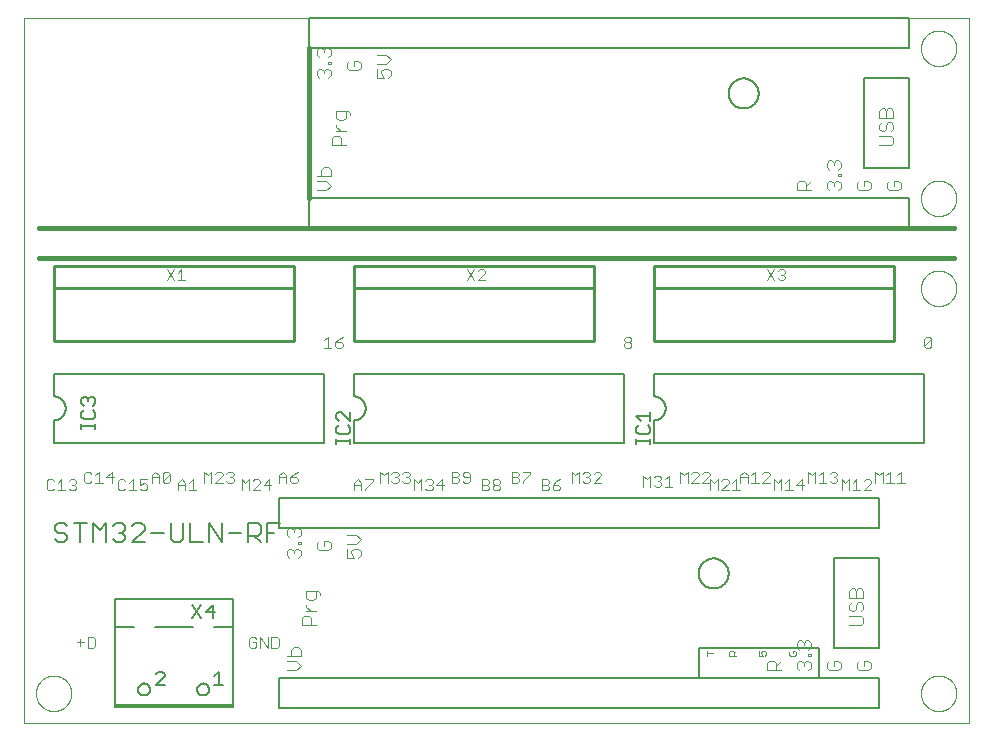
<source format=gto>
G75*
%MOIN*%
%OFA0B0*%
%FSLAX25Y25*%
%IPPOS*%
%LPD*%
%AMOC8*
5,1,8,0,0,1.08239X$1,22.5*
%
%ADD10C,0.00000*%
%ADD11C,0.00300*%
%ADD12C,0.00600*%
%ADD13C,0.01600*%
%ADD14C,0.00500*%
%ADD15C,0.00400*%
%ADD16C,0.01000*%
%ADD17C,0.00200*%
D10*
X0023540Y0001000D02*
X0023540Y0235980D01*
X0338501Y0235980D01*
X0338501Y0001000D01*
X0023540Y0001000D01*
X0027634Y0011000D02*
X0027636Y0011153D01*
X0027642Y0011307D01*
X0027652Y0011460D01*
X0027666Y0011612D01*
X0027684Y0011765D01*
X0027706Y0011916D01*
X0027731Y0012067D01*
X0027761Y0012218D01*
X0027795Y0012368D01*
X0027832Y0012516D01*
X0027873Y0012664D01*
X0027918Y0012810D01*
X0027967Y0012956D01*
X0028020Y0013100D01*
X0028076Y0013242D01*
X0028136Y0013383D01*
X0028200Y0013523D01*
X0028267Y0013661D01*
X0028338Y0013797D01*
X0028413Y0013931D01*
X0028490Y0014063D01*
X0028572Y0014193D01*
X0028656Y0014321D01*
X0028744Y0014447D01*
X0028835Y0014570D01*
X0028929Y0014691D01*
X0029027Y0014809D01*
X0029127Y0014925D01*
X0029231Y0015038D01*
X0029337Y0015149D01*
X0029446Y0015257D01*
X0029558Y0015362D01*
X0029672Y0015463D01*
X0029790Y0015562D01*
X0029909Y0015658D01*
X0030031Y0015751D01*
X0030156Y0015840D01*
X0030283Y0015927D01*
X0030412Y0016009D01*
X0030543Y0016089D01*
X0030676Y0016165D01*
X0030811Y0016238D01*
X0030948Y0016307D01*
X0031087Y0016372D01*
X0031227Y0016434D01*
X0031369Y0016492D01*
X0031512Y0016547D01*
X0031657Y0016598D01*
X0031803Y0016645D01*
X0031950Y0016688D01*
X0032098Y0016727D01*
X0032247Y0016763D01*
X0032397Y0016794D01*
X0032548Y0016822D01*
X0032699Y0016846D01*
X0032852Y0016866D01*
X0033004Y0016882D01*
X0033157Y0016894D01*
X0033310Y0016902D01*
X0033463Y0016906D01*
X0033617Y0016906D01*
X0033770Y0016902D01*
X0033923Y0016894D01*
X0034076Y0016882D01*
X0034228Y0016866D01*
X0034381Y0016846D01*
X0034532Y0016822D01*
X0034683Y0016794D01*
X0034833Y0016763D01*
X0034982Y0016727D01*
X0035130Y0016688D01*
X0035277Y0016645D01*
X0035423Y0016598D01*
X0035568Y0016547D01*
X0035711Y0016492D01*
X0035853Y0016434D01*
X0035993Y0016372D01*
X0036132Y0016307D01*
X0036269Y0016238D01*
X0036404Y0016165D01*
X0036537Y0016089D01*
X0036668Y0016009D01*
X0036797Y0015927D01*
X0036924Y0015840D01*
X0037049Y0015751D01*
X0037171Y0015658D01*
X0037290Y0015562D01*
X0037408Y0015463D01*
X0037522Y0015362D01*
X0037634Y0015257D01*
X0037743Y0015149D01*
X0037849Y0015038D01*
X0037953Y0014925D01*
X0038053Y0014809D01*
X0038151Y0014691D01*
X0038245Y0014570D01*
X0038336Y0014447D01*
X0038424Y0014321D01*
X0038508Y0014193D01*
X0038590Y0014063D01*
X0038667Y0013931D01*
X0038742Y0013797D01*
X0038813Y0013661D01*
X0038880Y0013523D01*
X0038944Y0013383D01*
X0039004Y0013242D01*
X0039060Y0013100D01*
X0039113Y0012956D01*
X0039162Y0012810D01*
X0039207Y0012664D01*
X0039248Y0012516D01*
X0039285Y0012368D01*
X0039319Y0012218D01*
X0039349Y0012067D01*
X0039374Y0011916D01*
X0039396Y0011765D01*
X0039414Y0011612D01*
X0039428Y0011460D01*
X0039438Y0011307D01*
X0039444Y0011153D01*
X0039446Y0011000D01*
X0039444Y0010847D01*
X0039438Y0010693D01*
X0039428Y0010540D01*
X0039414Y0010388D01*
X0039396Y0010235D01*
X0039374Y0010084D01*
X0039349Y0009933D01*
X0039319Y0009782D01*
X0039285Y0009632D01*
X0039248Y0009484D01*
X0039207Y0009336D01*
X0039162Y0009190D01*
X0039113Y0009044D01*
X0039060Y0008900D01*
X0039004Y0008758D01*
X0038944Y0008617D01*
X0038880Y0008477D01*
X0038813Y0008339D01*
X0038742Y0008203D01*
X0038667Y0008069D01*
X0038590Y0007937D01*
X0038508Y0007807D01*
X0038424Y0007679D01*
X0038336Y0007553D01*
X0038245Y0007430D01*
X0038151Y0007309D01*
X0038053Y0007191D01*
X0037953Y0007075D01*
X0037849Y0006962D01*
X0037743Y0006851D01*
X0037634Y0006743D01*
X0037522Y0006638D01*
X0037408Y0006537D01*
X0037290Y0006438D01*
X0037171Y0006342D01*
X0037049Y0006249D01*
X0036924Y0006160D01*
X0036797Y0006073D01*
X0036668Y0005991D01*
X0036537Y0005911D01*
X0036404Y0005835D01*
X0036269Y0005762D01*
X0036132Y0005693D01*
X0035993Y0005628D01*
X0035853Y0005566D01*
X0035711Y0005508D01*
X0035568Y0005453D01*
X0035423Y0005402D01*
X0035277Y0005355D01*
X0035130Y0005312D01*
X0034982Y0005273D01*
X0034833Y0005237D01*
X0034683Y0005206D01*
X0034532Y0005178D01*
X0034381Y0005154D01*
X0034228Y0005134D01*
X0034076Y0005118D01*
X0033923Y0005106D01*
X0033770Y0005098D01*
X0033617Y0005094D01*
X0033463Y0005094D01*
X0033310Y0005098D01*
X0033157Y0005106D01*
X0033004Y0005118D01*
X0032852Y0005134D01*
X0032699Y0005154D01*
X0032548Y0005178D01*
X0032397Y0005206D01*
X0032247Y0005237D01*
X0032098Y0005273D01*
X0031950Y0005312D01*
X0031803Y0005355D01*
X0031657Y0005402D01*
X0031512Y0005453D01*
X0031369Y0005508D01*
X0031227Y0005566D01*
X0031087Y0005628D01*
X0030948Y0005693D01*
X0030811Y0005762D01*
X0030676Y0005835D01*
X0030543Y0005911D01*
X0030412Y0005991D01*
X0030283Y0006073D01*
X0030156Y0006160D01*
X0030031Y0006249D01*
X0029909Y0006342D01*
X0029790Y0006438D01*
X0029672Y0006537D01*
X0029558Y0006638D01*
X0029446Y0006743D01*
X0029337Y0006851D01*
X0029231Y0006962D01*
X0029127Y0007075D01*
X0029027Y0007191D01*
X0028929Y0007309D01*
X0028835Y0007430D01*
X0028744Y0007553D01*
X0028656Y0007679D01*
X0028572Y0007807D01*
X0028490Y0007937D01*
X0028413Y0008069D01*
X0028338Y0008203D01*
X0028267Y0008339D01*
X0028200Y0008477D01*
X0028136Y0008617D01*
X0028076Y0008758D01*
X0028020Y0008900D01*
X0027967Y0009044D01*
X0027918Y0009190D01*
X0027873Y0009336D01*
X0027832Y0009484D01*
X0027795Y0009632D01*
X0027761Y0009782D01*
X0027731Y0009933D01*
X0027706Y0010084D01*
X0027684Y0010235D01*
X0027666Y0010388D01*
X0027652Y0010540D01*
X0027642Y0010693D01*
X0027636Y0010847D01*
X0027634Y0011000D01*
X0322634Y0011000D02*
X0322636Y0011153D01*
X0322642Y0011307D01*
X0322652Y0011460D01*
X0322666Y0011612D01*
X0322684Y0011765D01*
X0322706Y0011916D01*
X0322731Y0012067D01*
X0322761Y0012218D01*
X0322795Y0012368D01*
X0322832Y0012516D01*
X0322873Y0012664D01*
X0322918Y0012810D01*
X0322967Y0012956D01*
X0323020Y0013100D01*
X0323076Y0013242D01*
X0323136Y0013383D01*
X0323200Y0013523D01*
X0323267Y0013661D01*
X0323338Y0013797D01*
X0323413Y0013931D01*
X0323490Y0014063D01*
X0323572Y0014193D01*
X0323656Y0014321D01*
X0323744Y0014447D01*
X0323835Y0014570D01*
X0323929Y0014691D01*
X0324027Y0014809D01*
X0324127Y0014925D01*
X0324231Y0015038D01*
X0324337Y0015149D01*
X0324446Y0015257D01*
X0324558Y0015362D01*
X0324672Y0015463D01*
X0324790Y0015562D01*
X0324909Y0015658D01*
X0325031Y0015751D01*
X0325156Y0015840D01*
X0325283Y0015927D01*
X0325412Y0016009D01*
X0325543Y0016089D01*
X0325676Y0016165D01*
X0325811Y0016238D01*
X0325948Y0016307D01*
X0326087Y0016372D01*
X0326227Y0016434D01*
X0326369Y0016492D01*
X0326512Y0016547D01*
X0326657Y0016598D01*
X0326803Y0016645D01*
X0326950Y0016688D01*
X0327098Y0016727D01*
X0327247Y0016763D01*
X0327397Y0016794D01*
X0327548Y0016822D01*
X0327699Y0016846D01*
X0327852Y0016866D01*
X0328004Y0016882D01*
X0328157Y0016894D01*
X0328310Y0016902D01*
X0328463Y0016906D01*
X0328617Y0016906D01*
X0328770Y0016902D01*
X0328923Y0016894D01*
X0329076Y0016882D01*
X0329228Y0016866D01*
X0329381Y0016846D01*
X0329532Y0016822D01*
X0329683Y0016794D01*
X0329833Y0016763D01*
X0329982Y0016727D01*
X0330130Y0016688D01*
X0330277Y0016645D01*
X0330423Y0016598D01*
X0330568Y0016547D01*
X0330711Y0016492D01*
X0330853Y0016434D01*
X0330993Y0016372D01*
X0331132Y0016307D01*
X0331269Y0016238D01*
X0331404Y0016165D01*
X0331537Y0016089D01*
X0331668Y0016009D01*
X0331797Y0015927D01*
X0331924Y0015840D01*
X0332049Y0015751D01*
X0332171Y0015658D01*
X0332290Y0015562D01*
X0332408Y0015463D01*
X0332522Y0015362D01*
X0332634Y0015257D01*
X0332743Y0015149D01*
X0332849Y0015038D01*
X0332953Y0014925D01*
X0333053Y0014809D01*
X0333151Y0014691D01*
X0333245Y0014570D01*
X0333336Y0014447D01*
X0333424Y0014321D01*
X0333508Y0014193D01*
X0333590Y0014063D01*
X0333667Y0013931D01*
X0333742Y0013797D01*
X0333813Y0013661D01*
X0333880Y0013523D01*
X0333944Y0013383D01*
X0334004Y0013242D01*
X0334060Y0013100D01*
X0334113Y0012956D01*
X0334162Y0012810D01*
X0334207Y0012664D01*
X0334248Y0012516D01*
X0334285Y0012368D01*
X0334319Y0012218D01*
X0334349Y0012067D01*
X0334374Y0011916D01*
X0334396Y0011765D01*
X0334414Y0011612D01*
X0334428Y0011460D01*
X0334438Y0011307D01*
X0334444Y0011153D01*
X0334446Y0011000D01*
X0334444Y0010847D01*
X0334438Y0010693D01*
X0334428Y0010540D01*
X0334414Y0010388D01*
X0334396Y0010235D01*
X0334374Y0010084D01*
X0334349Y0009933D01*
X0334319Y0009782D01*
X0334285Y0009632D01*
X0334248Y0009484D01*
X0334207Y0009336D01*
X0334162Y0009190D01*
X0334113Y0009044D01*
X0334060Y0008900D01*
X0334004Y0008758D01*
X0333944Y0008617D01*
X0333880Y0008477D01*
X0333813Y0008339D01*
X0333742Y0008203D01*
X0333667Y0008069D01*
X0333590Y0007937D01*
X0333508Y0007807D01*
X0333424Y0007679D01*
X0333336Y0007553D01*
X0333245Y0007430D01*
X0333151Y0007309D01*
X0333053Y0007191D01*
X0332953Y0007075D01*
X0332849Y0006962D01*
X0332743Y0006851D01*
X0332634Y0006743D01*
X0332522Y0006638D01*
X0332408Y0006537D01*
X0332290Y0006438D01*
X0332171Y0006342D01*
X0332049Y0006249D01*
X0331924Y0006160D01*
X0331797Y0006073D01*
X0331668Y0005991D01*
X0331537Y0005911D01*
X0331404Y0005835D01*
X0331269Y0005762D01*
X0331132Y0005693D01*
X0330993Y0005628D01*
X0330853Y0005566D01*
X0330711Y0005508D01*
X0330568Y0005453D01*
X0330423Y0005402D01*
X0330277Y0005355D01*
X0330130Y0005312D01*
X0329982Y0005273D01*
X0329833Y0005237D01*
X0329683Y0005206D01*
X0329532Y0005178D01*
X0329381Y0005154D01*
X0329228Y0005134D01*
X0329076Y0005118D01*
X0328923Y0005106D01*
X0328770Y0005098D01*
X0328617Y0005094D01*
X0328463Y0005094D01*
X0328310Y0005098D01*
X0328157Y0005106D01*
X0328004Y0005118D01*
X0327852Y0005134D01*
X0327699Y0005154D01*
X0327548Y0005178D01*
X0327397Y0005206D01*
X0327247Y0005237D01*
X0327098Y0005273D01*
X0326950Y0005312D01*
X0326803Y0005355D01*
X0326657Y0005402D01*
X0326512Y0005453D01*
X0326369Y0005508D01*
X0326227Y0005566D01*
X0326087Y0005628D01*
X0325948Y0005693D01*
X0325811Y0005762D01*
X0325676Y0005835D01*
X0325543Y0005911D01*
X0325412Y0005991D01*
X0325283Y0006073D01*
X0325156Y0006160D01*
X0325031Y0006249D01*
X0324909Y0006342D01*
X0324790Y0006438D01*
X0324672Y0006537D01*
X0324558Y0006638D01*
X0324446Y0006743D01*
X0324337Y0006851D01*
X0324231Y0006962D01*
X0324127Y0007075D01*
X0324027Y0007191D01*
X0323929Y0007309D01*
X0323835Y0007430D01*
X0323744Y0007553D01*
X0323656Y0007679D01*
X0323572Y0007807D01*
X0323490Y0007937D01*
X0323413Y0008069D01*
X0323338Y0008203D01*
X0323267Y0008339D01*
X0323200Y0008477D01*
X0323136Y0008617D01*
X0323076Y0008758D01*
X0323020Y0008900D01*
X0322967Y0009044D01*
X0322918Y0009190D01*
X0322873Y0009336D01*
X0322832Y0009484D01*
X0322795Y0009632D01*
X0322761Y0009782D01*
X0322731Y0009933D01*
X0322706Y0010084D01*
X0322684Y0010235D01*
X0322666Y0010388D01*
X0322652Y0010540D01*
X0322642Y0010693D01*
X0322636Y0010847D01*
X0322634Y0011000D01*
X0322634Y0146000D02*
X0322636Y0146153D01*
X0322642Y0146307D01*
X0322652Y0146460D01*
X0322666Y0146612D01*
X0322684Y0146765D01*
X0322706Y0146916D01*
X0322731Y0147067D01*
X0322761Y0147218D01*
X0322795Y0147368D01*
X0322832Y0147516D01*
X0322873Y0147664D01*
X0322918Y0147810D01*
X0322967Y0147956D01*
X0323020Y0148100D01*
X0323076Y0148242D01*
X0323136Y0148383D01*
X0323200Y0148523D01*
X0323267Y0148661D01*
X0323338Y0148797D01*
X0323413Y0148931D01*
X0323490Y0149063D01*
X0323572Y0149193D01*
X0323656Y0149321D01*
X0323744Y0149447D01*
X0323835Y0149570D01*
X0323929Y0149691D01*
X0324027Y0149809D01*
X0324127Y0149925D01*
X0324231Y0150038D01*
X0324337Y0150149D01*
X0324446Y0150257D01*
X0324558Y0150362D01*
X0324672Y0150463D01*
X0324790Y0150562D01*
X0324909Y0150658D01*
X0325031Y0150751D01*
X0325156Y0150840D01*
X0325283Y0150927D01*
X0325412Y0151009D01*
X0325543Y0151089D01*
X0325676Y0151165D01*
X0325811Y0151238D01*
X0325948Y0151307D01*
X0326087Y0151372D01*
X0326227Y0151434D01*
X0326369Y0151492D01*
X0326512Y0151547D01*
X0326657Y0151598D01*
X0326803Y0151645D01*
X0326950Y0151688D01*
X0327098Y0151727D01*
X0327247Y0151763D01*
X0327397Y0151794D01*
X0327548Y0151822D01*
X0327699Y0151846D01*
X0327852Y0151866D01*
X0328004Y0151882D01*
X0328157Y0151894D01*
X0328310Y0151902D01*
X0328463Y0151906D01*
X0328617Y0151906D01*
X0328770Y0151902D01*
X0328923Y0151894D01*
X0329076Y0151882D01*
X0329228Y0151866D01*
X0329381Y0151846D01*
X0329532Y0151822D01*
X0329683Y0151794D01*
X0329833Y0151763D01*
X0329982Y0151727D01*
X0330130Y0151688D01*
X0330277Y0151645D01*
X0330423Y0151598D01*
X0330568Y0151547D01*
X0330711Y0151492D01*
X0330853Y0151434D01*
X0330993Y0151372D01*
X0331132Y0151307D01*
X0331269Y0151238D01*
X0331404Y0151165D01*
X0331537Y0151089D01*
X0331668Y0151009D01*
X0331797Y0150927D01*
X0331924Y0150840D01*
X0332049Y0150751D01*
X0332171Y0150658D01*
X0332290Y0150562D01*
X0332408Y0150463D01*
X0332522Y0150362D01*
X0332634Y0150257D01*
X0332743Y0150149D01*
X0332849Y0150038D01*
X0332953Y0149925D01*
X0333053Y0149809D01*
X0333151Y0149691D01*
X0333245Y0149570D01*
X0333336Y0149447D01*
X0333424Y0149321D01*
X0333508Y0149193D01*
X0333590Y0149063D01*
X0333667Y0148931D01*
X0333742Y0148797D01*
X0333813Y0148661D01*
X0333880Y0148523D01*
X0333944Y0148383D01*
X0334004Y0148242D01*
X0334060Y0148100D01*
X0334113Y0147956D01*
X0334162Y0147810D01*
X0334207Y0147664D01*
X0334248Y0147516D01*
X0334285Y0147368D01*
X0334319Y0147218D01*
X0334349Y0147067D01*
X0334374Y0146916D01*
X0334396Y0146765D01*
X0334414Y0146612D01*
X0334428Y0146460D01*
X0334438Y0146307D01*
X0334444Y0146153D01*
X0334446Y0146000D01*
X0334444Y0145847D01*
X0334438Y0145693D01*
X0334428Y0145540D01*
X0334414Y0145388D01*
X0334396Y0145235D01*
X0334374Y0145084D01*
X0334349Y0144933D01*
X0334319Y0144782D01*
X0334285Y0144632D01*
X0334248Y0144484D01*
X0334207Y0144336D01*
X0334162Y0144190D01*
X0334113Y0144044D01*
X0334060Y0143900D01*
X0334004Y0143758D01*
X0333944Y0143617D01*
X0333880Y0143477D01*
X0333813Y0143339D01*
X0333742Y0143203D01*
X0333667Y0143069D01*
X0333590Y0142937D01*
X0333508Y0142807D01*
X0333424Y0142679D01*
X0333336Y0142553D01*
X0333245Y0142430D01*
X0333151Y0142309D01*
X0333053Y0142191D01*
X0332953Y0142075D01*
X0332849Y0141962D01*
X0332743Y0141851D01*
X0332634Y0141743D01*
X0332522Y0141638D01*
X0332408Y0141537D01*
X0332290Y0141438D01*
X0332171Y0141342D01*
X0332049Y0141249D01*
X0331924Y0141160D01*
X0331797Y0141073D01*
X0331668Y0140991D01*
X0331537Y0140911D01*
X0331404Y0140835D01*
X0331269Y0140762D01*
X0331132Y0140693D01*
X0330993Y0140628D01*
X0330853Y0140566D01*
X0330711Y0140508D01*
X0330568Y0140453D01*
X0330423Y0140402D01*
X0330277Y0140355D01*
X0330130Y0140312D01*
X0329982Y0140273D01*
X0329833Y0140237D01*
X0329683Y0140206D01*
X0329532Y0140178D01*
X0329381Y0140154D01*
X0329228Y0140134D01*
X0329076Y0140118D01*
X0328923Y0140106D01*
X0328770Y0140098D01*
X0328617Y0140094D01*
X0328463Y0140094D01*
X0328310Y0140098D01*
X0328157Y0140106D01*
X0328004Y0140118D01*
X0327852Y0140134D01*
X0327699Y0140154D01*
X0327548Y0140178D01*
X0327397Y0140206D01*
X0327247Y0140237D01*
X0327098Y0140273D01*
X0326950Y0140312D01*
X0326803Y0140355D01*
X0326657Y0140402D01*
X0326512Y0140453D01*
X0326369Y0140508D01*
X0326227Y0140566D01*
X0326087Y0140628D01*
X0325948Y0140693D01*
X0325811Y0140762D01*
X0325676Y0140835D01*
X0325543Y0140911D01*
X0325412Y0140991D01*
X0325283Y0141073D01*
X0325156Y0141160D01*
X0325031Y0141249D01*
X0324909Y0141342D01*
X0324790Y0141438D01*
X0324672Y0141537D01*
X0324558Y0141638D01*
X0324446Y0141743D01*
X0324337Y0141851D01*
X0324231Y0141962D01*
X0324127Y0142075D01*
X0324027Y0142191D01*
X0323929Y0142309D01*
X0323835Y0142430D01*
X0323744Y0142553D01*
X0323656Y0142679D01*
X0323572Y0142807D01*
X0323490Y0142937D01*
X0323413Y0143069D01*
X0323338Y0143203D01*
X0323267Y0143339D01*
X0323200Y0143477D01*
X0323136Y0143617D01*
X0323076Y0143758D01*
X0323020Y0143900D01*
X0322967Y0144044D01*
X0322918Y0144190D01*
X0322873Y0144336D01*
X0322832Y0144484D01*
X0322795Y0144632D01*
X0322761Y0144782D01*
X0322731Y0144933D01*
X0322706Y0145084D01*
X0322684Y0145235D01*
X0322666Y0145388D01*
X0322652Y0145540D01*
X0322642Y0145693D01*
X0322636Y0145847D01*
X0322634Y0146000D01*
X0322634Y0176000D02*
X0322636Y0176153D01*
X0322642Y0176307D01*
X0322652Y0176460D01*
X0322666Y0176612D01*
X0322684Y0176765D01*
X0322706Y0176916D01*
X0322731Y0177067D01*
X0322761Y0177218D01*
X0322795Y0177368D01*
X0322832Y0177516D01*
X0322873Y0177664D01*
X0322918Y0177810D01*
X0322967Y0177956D01*
X0323020Y0178100D01*
X0323076Y0178242D01*
X0323136Y0178383D01*
X0323200Y0178523D01*
X0323267Y0178661D01*
X0323338Y0178797D01*
X0323413Y0178931D01*
X0323490Y0179063D01*
X0323572Y0179193D01*
X0323656Y0179321D01*
X0323744Y0179447D01*
X0323835Y0179570D01*
X0323929Y0179691D01*
X0324027Y0179809D01*
X0324127Y0179925D01*
X0324231Y0180038D01*
X0324337Y0180149D01*
X0324446Y0180257D01*
X0324558Y0180362D01*
X0324672Y0180463D01*
X0324790Y0180562D01*
X0324909Y0180658D01*
X0325031Y0180751D01*
X0325156Y0180840D01*
X0325283Y0180927D01*
X0325412Y0181009D01*
X0325543Y0181089D01*
X0325676Y0181165D01*
X0325811Y0181238D01*
X0325948Y0181307D01*
X0326087Y0181372D01*
X0326227Y0181434D01*
X0326369Y0181492D01*
X0326512Y0181547D01*
X0326657Y0181598D01*
X0326803Y0181645D01*
X0326950Y0181688D01*
X0327098Y0181727D01*
X0327247Y0181763D01*
X0327397Y0181794D01*
X0327548Y0181822D01*
X0327699Y0181846D01*
X0327852Y0181866D01*
X0328004Y0181882D01*
X0328157Y0181894D01*
X0328310Y0181902D01*
X0328463Y0181906D01*
X0328617Y0181906D01*
X0328770Y0181902D01*
X0328923Y0181894D01*
X0329076Y0181882D01*
X0329228Y0181866D01*
X0329381Y0181846D01*
X0329532Y0181822D01*
X0329683Y0181794D01*
X0329833Y0181763D01*
X0329982Y0181727D01*
X0330130Y0181688D01*
X0330277Y0181645D01*
X0330423Y0181598D01*
X0330568Y0181547D01*
X0330711Y0181492D01*
X0330853Y0181434D01*
X0330993Y0181372D01*
X0331132Y0181307D01*
X0331269Y0181238D01*
X0331404Y0181165D01*
X0331537Y0181089D01*
X0331668Y0181009D01*
X0331797Y0180927D01*
X0331924Y0180840D01*
X0332049Y0180751D01*
X0332171Y0180658D01*
X0332290Y0180562D01*
X0332408Y0180463D01*
X0332522Y0180362D01*
X0332634Y0180257D01*
X0332743Y0180149D01*
X0332849Y0180038D01*
X0332953Y0179925D01*
X0333053Y0179809D01*
X0333151Y0179691D01*
X0333245Y0179570D01*
X0333336Y0179447D01*
X0333424Y0179321D01*
X0333508Y0179193D01*
X0333590Y0179063D01*
X0333667Y0178931D01*
X0333742Y0178797D01*
X0333813Y0178661D01*
X0333880Y0178523D01*
X0333944Y0178383D01*
X0334004Y0178242D01*
X0334060Y0178100D01*
X0334113Y0177956D01*
X0334162Y0177810D01*
X0334207Y0177664D01*
X0334248Y0177516D01*
X0334285Y0177368D01*
X0334319Y0177218D01*
X0334349Y0177067D01*
X0334374Y0176916D01*
X0334396Y0176765D01*
X0334414Y0176612D01*
X0334428Y0176460D01*
X0334438Y0176307D01*
X0334444Y0176153D01*
X0334446Y0176000D01*
X0334444Y0175847D01*
X0334438Y0175693D01*
X0334428Y0175540D01*
X0334414Y0175388D01*
X0334396Y0175235D01*
X0334374Y0175084D01*
X0334349Y0174933D01*
X0334319Y0174782D01*
X0334285Y0174632D01*
X0334248Y0174484D01*
X0334207Y0174336D01*
X0334162Y0174190D01*
X0334113Y0174044D01*
X0334060Y0173900D01*
X0334004Y0173758D01*
X0333944Y0173617D01*
X0333880Y0173477D01*
X0333813Y0173339D01*
X0333742Y0173203D01*
X0333667Y0173069D01*
X0333590Y0172937D01*
X0333508Y0172807D01*
X0333424Y0172679D01*
X0333336Y0172553D01*
X0333245Y0172430D01*
X0333151Y0172309D01*
X0333053Y0172191D01*
X0332953Y0172075D01*
X0332849Y0171962D01*
X0332743Y0171851D01*
X0332634Y0171743D01*
X0332522Y0171638D01*
X0332408Y0171537D01*
X0332290Y0171438D01*
X0332171Y0171342D01*
X0332049Y0171249D01*
X0331924Y0171160D01*
X0331797Y0171073D01*
X0331668Y0170991D01*
X0331537Y0170911D01*
X0331404Y0170835D01*
X0331269Y0170762D01*
X0331132Y0170693D01*
X0330993Y0170628D01*
X0330853Y0170566D01*
X0330711Y0170508D01*
X0330568Y0170453D01*
X0330423Y0170402D01*
X0330277Y0170355D01*
X0330130Y0170312D01*
X0329982Y0170273D01*
X0329833Y0170237D01*
X0329683Y0170206D01*
X0329532Y0170178D01*
X0329381Y0170154D01*
X0329228Y0170134D01*
X0329076Y0170118D01*
X0328923Y0170106D01*
X0328770Y0170098D01*
X0328617Y0170094D01*
X0328463Y0170094D01*
X0328310Y0170098D01*
X0328157Y0170106D01*
X0328004Y0170118D01*
X0327852Y0170134D01*
X0327699Y0170154D01*
X0327548Y0170178D01*
X0327397Y0170206D01*
X0327247Y0170237D01*
X0327098Y0170273D01*
X0326950Y0170312D01*
X0326803Y0170355D01*
X0326657Y0170402D01*
X0326512Y0170453D01*
X0326369Y0170508D01*
X0326227Y0170566D01*
X0326087Y0170628D01*
X0325948Y0170693D01*
X0325811Y0170762D01*
X0325676Y0170835D01*
X0325543Y0170911D01*
X0325412Y0170991D01*
X0325283Y0171073D01*
X0325156Y0171160D01*
X0325031Y0171249D01*
X0324909Y0171342D01*
X0324790Y0171438D01*
X0324672Y0171537D01*
X0324558Y0171638D01*
X0324446Y0171743D01*
X0324337Y0171851D01*
X0324231Y0171962D01*
X0324127Y0172075D01*
X0324027Y0172191D01*
X0323929Y0172309D01*
X0323835Y0172430D01*
X0323744Y0172553D01*
X0323656Y0172679D01*
X0323572Y0172807D01*
X0323490Y0172937D01*
X0323413Y0173069D01*
X0323338Y0173203D01*
X0323267Y0173339D01*
X0323200Y0173477D01*
X0323136Y0173617D01*
X0323076Y0173758D01*
X0323020Y0173900D01*
X0322967Y0174044D01*
X0322918Y0174190D01*
X0322873Y0174336D01*
X0322832Y0174484D01*
X0322795Y0174632D01*
X0322761Y0174782D01*
X0322731Y0174933D01*
X0322706Y0175084D01*
X0322684Y0175235D01*
X0322666Y0175388D01*
X0322652Y0175540D01*
X0322642Y0175693D01*
X0322636Y0175847D01*
X0322634Y0176000D01*
X0322634Y0226000D02*
X0322636Y0226153D01*
X0322642Y0226307D01*
X0322652Y0226460D01*
X0322666Y0226612D01*
X0322684Y0226765D01*
X0322706Y0226916D01*
X0322731Y0227067D01*
X0322761Y0227218D01*
X0322795Y0227368D01*
X0322832Y0227516D01*
X0322873Y0227664D01*
X0322918Y0227810D01*
X0322967Y0227956D01*
X0323020Y0228100D01*
X0323076Y0228242D01*
X0323136Y0228383D01*
X0323200Y0228523D01*
X0323267Y0228661D01*
X0323338Y0228797D01*
X0323413Y0228931D01*
X0323490Y0229063D01*
X0323572Y0229193D01*
X0323656Y0229321D01*
X0323744Y0229447D01*
X0323835Y0229570D01*
X0323929Y0229691D01*
X0324027Y0229809D01*
X0324127Y0229925D01*
X0324231Y0230038D01*
X0324337Y0230149D01*
X0324446Y0230257D01*
X0324558Y0230362D01*
X0324672Y0230463D01*
X0324790Y0230562D01*
X0324909Y0230658D01*
X0325031Y0230751D01*
X0325156Y0230840D01*
X0325283Y0230927D01*
X0325412Y0231009D01*
X0325543Y0231089D01*
X0325676Y0231165D01*
X0325811Y0231238D01*
X0325948Y0231307D01*
X0326087Y0231372D01*
X0326227Y0231434D01*
X0326369Y0231492D01*
X0326512Y0231547D01*
X0326657Y0231598D01*
X0326803Y0231645D01*
X0326950Y0231688D01*
X0327098Y0231727D01*
X0327247Y0231763D01*
X0327397Y0231794D01*
X0327548Y0231822D01*
X0327699Y0231846D01*
X0327852Y0231866D01*
X0328004Y0231882D01*
X0328157Y0231894D01*
X0328310Y0231902D01*
X0328463Y0231906D01*
X0328617Y0231906D01*
X0328770Y0231902D01*
X0328923Y0231894D01*
X0329076Y0231882D01*
X0329228Y0231866D01*
X0329381Y0231846D01*
X0329532Y0231822D01*
X0329683Y0231794D01*
X0329833Y0231763D01*
X0329982Y0231727D01*
X0330130Y0231688D01*
X0330277Y0231645D01*
X0330423Y0231598D01*
X0330568Y0231547D01*
X0330711Y0231492D01*
X0330853Y0231434D01*
X0330993Y0231372D01*
X0331132Y0231307D01*
X0331269Y0231238D01*
X0331404Y0231165D01*
X0331537Y0231089D01*
X0331668Y0231009D01*
X0331797Y0230927D01*
X0331924Y0230840D01*
X0332049Y0230751D01*
X0332171Y0230658D01*
X0332290Y0230562D01*
X0332408Y0230463D01*
X0332522Y0230362D01*
X0332634Y0230257D01*
X0332743Y0230149D01*
X0332849Y0230038D01*
X0332953Y0229925D01*
X0333053Y0229809D01*
X0333151Y0229691D01*
X0333245Y0229570D01*
X0333336Y0229447D01*
X0333424Y0229321D01*
X0333508Y0229193D01*
X0333590Y0229063D01*
X0333667Y0228931D01*
X0333742Y0228797D01*
X0333813Y0228661D01*
X0333880Y0228523D01*
X0333944Y0228383D01*
X0334004Y0228242D01*
X0334060Y0228100D01*
X0334113Y0227956D01*
X0334162Y0227810D01*
X0334207Y0227664D01*
X0334248Y0227516D01*
X0334285Y0227368D01*
X0334319Y0227218D01*
X0334349Y0227067D01*
X0334374Y0226916D01*
X0334396Y0226765D01*
X0334414Y0226612D01*
X0334428Y0226460D01*
X0334438Y0226307D01*
X0334444Y0226153D01*
X0334446Y0226000D01*
X0334444Y0225847D01*
X0334438Y0225693D01*
X0334428Y0225540D01*
X0334414Y0225388D01*
X0334396Y0225235D01*
X0334374Y0225084D01*
X0334349Y0224933D01*
X0334319Y0224782D01*
X0334285Y0224632D01*
X0334248Y0224484D01*
X0334207Y0224336D01*
X0334162Y0224190D01*
X0334113Y0224044D01*
X0334060Y0223900D01*
X0334004Y0223758D01*
X0333944Y0223617D01*
X0333880Y0223477D01*
X0333813Y0223339D01*
X0333742Y0223203D01*
X0333667Y0223069D01*
X0333590Y0222937D01*
X0333508Y0222807D01*
X0333424Y0222679D01*
X0333336Y0222553D01*
X0333245Y0222430D01*
X0333151Y0222309D01*
X0333053Y0222191D01*
X0332953Y0222075D01*
X0332849Y0221962D01*
X0332743Y0221851D01*
X0332634Y0221743D01*
X0332522Y0221638D01*
X0332408Y0221537D01*
X0332290Y0221438D01*
X0332171Y0221342D01*
X0332049Y0221249D01*
X0331924Y0221160D01*
X0331797Y0221073D01*
X0331668Y0220991D01*
X0331537Y0220911D01*
X0331404Y0220835D01*
X0331269Y0220762D01*
X0331132Y0220693D01*
X0330993Y0220628D01*
X0330853Y0220566D01*
X0330711Y0220508D01*
X0330568Y0220453D01*
X0330423Y0220402D01*
X0330277Y0220355D01*
X0330130Y0220312D01*
X0329982Y0220273D01*
X0329833Y0220237D01*
X0329683Y0220206D01*
X0329532Y0220178D01*
X0329381Y0220154D01*
X0329228Y0220134D01*
X0329076Y0220118D01*
X0328923Y0220106D01*
X0328770Y0220098D01*
X0328617Y0220094D01*
X0328463Y0220094D01*
X0328310Y0220098D01*
X0328157Y0220106D01*
X0328004Y0220118D01*
X0327852Y0220134D01*
X0327699Y0220154D01*
X0327548Y0220178D01*
X0327397Y0220206D01*
X0327247Y0220237D01*
X0327098Y0220273D01*
X0326950Y0220312D01*
X0326803Y0220355D01*
X0326657Y0220402D01*
X0326512Y0220453D01*
X0326369Y0220508D01*
X0326227Y0220566D01*
X0326087Y0220628D01*
X0325948Y0220693D01*
X0325811Y0220762D01*
X0325676Y0220835D01*
X0325543Y0220911D01*
X0325412Y0220991D01*
X0325283Y0221073D01*
X0325156Y0221160D01*
X0325031Y0221249D01*
X0324909Y0221342D01*
X0324790Y0221438D01*
X0324672Y0221537D01*
X0324558Y0221638D01*
X0324446Y0221743D01*
X0324337Y0221851D01*
X0324231Y0221962D01*
X0324127Y0222075D01*
X0324027Y0222191D01*
X0323929Y0222309D01*
X0323835Y0222430D01*
X0323744Y0222553D01*
X0323656Y0222679D01*
X0323572Y0222807D01*
X0323490Y0222937D01*
X0323413Y0223069D01*
X0323338Y0223203D01*
X0323267Y0223339D01*
X0323200Y0223477D01*
X0323136Y0223617D01*
X0323076Y0223758D01*
X0323020Y0223900D01*
X0322967Y0224044D01*
X0322918Y0224190D01*
X0322873Y0224336D01*
X0322832Y0224484D01*
X0322795Y0224632D01*
X0322761Y0224782D01*
X0322731Y0224933D01*
X0322706Y0225084D01*
X0322684Y0225235D01*
X0322666Y0225388D01*
X0322652Y0225540D01*
X0322642Y0225693D01*
X0322636Y0225847D01*
X0322634Y0226000D01*
D11*
X0324308Y0129853D02*
X0325542Y0129853D01*
X0326159Y0129236D01*
X0323690Y0126767D01*
X0324308Y0126150D01*
X0325542Y0126150D01*
X0326159Y0126767D01*
X0326159Y0129236D01*
X0324308Y0129853D02*
X0323690Y0129236D01*
X0323690Y0126767D01*
X0316041Y0084853D02*
X0314807Y0083619D01*
X0316041Y0084853D02*
X0316041Y0081150D01*
X0314807Y0081150D02*
X0317275Y0081150D01*
X0313592Y0081150D02*
X0311123Y0081150D01*
X0309909Y0081150D02*
X0309909Y0084853D01*
X0308675Y0083619D01*
X0307440Y0084853D01*
X0307440Y0081150D01*
X0306025Y0081119D02*
X0306025Y0081736D01*
X0305408Y0082353D01*
X0304174Y0082353D01*
X0303557Y0081736D01*
X0301108Y0082353D02*
X0301108Y0078650D01*
X0302342Y0078650D02*
X0299873Y0078650D01*
X0298659Y0078650D02*
X0298659Y0082353D01*
X0297425Y0081119D01*
X0296190Y0082353D01*
X0296190Y0078650D01*
X0294158Y0081150D02*
X0292924Y0081150D01*
X0292307Y0081767D01*
X0291092Y0081150D02*
X0288623Y0081150D01*
X0287409Y0081150D02*
X0287409Y0084853D01*
X0286175Y0083619D01*
X0284940Y0084853D01*
X0284940Y0081150D01*
X0283525Y0080502D02*
X0281057Y0080502D01*
X0282908Y0082353D01*
X0282908Y0078650D01*
X0279842Y0078650D02*
X0277373Y0078650D01*
X0276159Y0078650D02*
X0276159Y0082353D01*
X0274925Y0081119D01*
X0273690Y0082353D01*
X0273690Y0078650D01*
X0272275Y0081150D02*
X0269807Y0081150D01*
X0272275Y0083619D01*
X0272275Y0084236D01*
X0271658Y0084853D01*
X0270424Y0084853D01*
X0269807Y0084236D01*
X0267358Y0084853D02*
X0267358Y0081150D01*
X0268592Y0081150D02*
X0266123Y0081150D01*
X0264909Y0081150D02*
X0264909Y0083619D01*
X0263675Y0084853D01*
X0262440Y0083619D01*
X0262440Y0081150D01*
X0261041Y0082353D02*
X0261041Y0078650D01*
X0259807Y0078650D02*
X0262275Y0078650D01*
X0259807Y0081119D02*
X0261041Y0082353D01*
X0262440Y0083002D02*
X0264909Y0083002D01*
X0266123Y0083619D02*
X0267358Y0084853D01*
X0258592Y0081736D02*
X0257975Y0082353D01*
X0256741Y0082353D01*
X0256123Y0081736D01*
X0254909Y0082353D02*
X0254909Y0078650D01*
X0256123Y0078650D02*
X0258592Y0081119D01*
X0258592Y0081736D01*
X0258592Y0078650D02*
X0256123Y0078650D01*
X0253675Y0081119D02*
X0254909Y0082353D01*
X0253675Y0081119D02*
X0252440Y0082353D01*
X0252440Y0078650D01*
X0252275Y0081150D02*
X0249807Y0081150D01*
X0252275Y0083619D01*
X0252275Y0084236D01*
X0251658Y0084853D01*
X0250424Y0084853D01*
X0249807Y0084236D01*
X0248592Y0084236D02*
X0247975Y0084853D01*
X0246741Y0084853D01*
X0246123Y0084236D01*
X0244909Y0084853D02*
X0244909Y0081150D01*
X0246123Y0081150D02*
X0248592Y0083619D01*
X0248592Y0084236D01*
X0248592Y0081150D02*
X0246123Y0081150D01*
X0243675Y0083619D02*
X0244909Y0084853D01*
X0243675Y0083619D02*
X0242440Y0084853D01*
X0242440Y0081150D01*
X0239775Y0079900D02*
X0237307Y0079900D01*
X0238541Y0079900D02*
X0238541Y0083603D01*
X0237307Y0082369D01*
X0236092Y0082369D02*
X0235475Y0081752D01*
X0236092Y0081134D01*
X0236092Y0080517D01*
X0235475Y0079900D01*
X0234241Y0079900D01*
X0233623Y0080517D01*
X0232409Y0079900D02*
X0232409Y0083603D01*
X0231175Y0082369D01*
X0229940Y0083603D01*
X0229940Y0079900D01*
X0233623Y0082986D02*
X0234241Y0083603D01*
X0235475Y0083603D01*
X0236092Y0082986D01*
X0236092Y0082369D01*
X0235475Y0081752D02*
X0234858Y0081752D01*
X0216025Y0081150D02*
X0213557Y0081150D01*
X0216025Y0083619D01*
X0216025Y0084236D01*
X0215408Y0084853D01*
X0214174Y0084853D01*
X0213557Y0084236D01*
X0212342Y0084236D02*
X0212342Y0083619D01*
X0211725Y0083002D01*
X0212342Y0082384D01*
X0212342Y0081767D01*
X0211725Y0081150D01*
X0210491Y0081150D01*
X0209873Y0081767D01*
X0208659Y0081150D02*
X0208659Y0084853D01*
X0207425Y0083619D01*
X0206190Y0084853D01*
X0206190Y0081150D01*
X0202342Y0082353D02*
X0201108Y0081736D01*
X0199873Y0080502D01*
X0201725Y0080502D01*
X0202342Y0079884D01*
X0202342Y0079267D01*
X0201725Y0078650D01*
X0200491Y0078650D01*
X0199873Y0079267D01*
X0199873Y0080502D01*
X0198659Y0081119D02*
X0198042Y0080502D01*
X0196190Y0080502D01*
X0196190Y0082353D02*
X0196190Y0078650D01*
X0198042Y0078650D01*
X0198659Y0079267D01*
X0198659Y0079884D01*
X0198042Y0080502D01*
X0198659Y0081119D02*
X0198659Y0081736D01*
X0198042Y0082353D01*
X0196190Y0082353D01*
X0192342Y0084236D02*
X0189873Y0081767D01*
X0189873Y0081150D01*
X0188659Y0081767D02*
X0188042Y0081150D01*
X0186190Y0081150D01*
X0186190Y0084853D01*
X0188042Y0084853D01*
X0188659Y0084236D01*
X0188659Y0083619D01*
X0188042Y0083002D01*
X0186190Y0083002D01*
X0188042Y0083002D02*
X0188659Y0082384D01*
X0188659Y0081767D01*
X0189873Y0084853D02*
X0192342Y0084853D01*
X0192342Y0084236D01*
X0182342Y0081736D02*
X0182342Y0081119D01*
X0181725Y0080502D01*
X0180491Y0080502D01*
X0179873Y0081119D01*
X0179873Y0081736D01*
X0180491Y0082353D01*
X0181725Y0082353D01*
X0182342Y0081736D01*
X0181725Y0080502D02*
X0182342Y0079884D01*
X0182342Y0079267D01*
X0181725Y0078650D01*
X0180491Y0078650D01*
X0179873Y0079267D01*
X0179873Y0079884D01*
X0180491Y0080502D01*
X0178659Y0081119D02*
X0178042Y0080502D01*
X0176190Y0080502D01*
X0176190Y0082353D02*
X0176190Y0078650D01*
X0178042Y0078650D01*
X0178659Y0079267D01*
X0178659Y0079884D01*
X0178042Y0080502D01*
X0178659Y0081119D02*
X0178659Y0081736D01*
X0178042Y0082353D01*
X0176190Y0082353D01*
X0172342Y0081767D02*
X0172342Y0084236D01*
X0171725Y0084853D01*
X0170491Y0084853D01*
X0169873Y0084236D01*
X0169873Y0083619D01*
X0170491Y0083002D01*
X0172342Y0083002D01*
X0172342Y0081767D02*
X0171725Y0081150D01*
X0170491Y0081150D01*
X0169873Y0081767D01*
X0168659Y0081767D02*
X0168042Y0081150D01*
X0166190Y0081150D01*
X0166190Y0084853D01*
X0168042Y0084853D01*
X0168659Y0084236D01*
X0168659Y0083619D01*
X0168042Y0083002D01*
X0166190Y0083002D01*
X0168042Y0083002D02*
X0168659Y0082384D01*
X0168659Y0081767D01*
X0163525Y0080502D02*
X0161057Y0080502D01*
X0162908Y0082353D01*
X0162908Y0078650D01*
X0159842Y0079267D02*
X0159225Y0078650D01*
X0157991Y0078650D01*
X0157373Y0079267D01*
X0156159Y0078650D02*
X0156159Y0082353D01*
X0154925Y0081119D01*
X0153690Y0082353D01*
X0153690Y0078650D01*
X0151658Y0081150D02*
X0150424Y0081150D01*
X0149807Y0081767D01*
X0148592Y0081767D02*
X0147975Y0081150D01*
X0146741Y0081150D01*
X0146123Y0081767D01*
X0144909Y0081150D02*
X0144909Y0084853D01*
X0143675Y0083619D01*
X0142440Y0084853D01*
X0142440Y0081150D01*
X0139842Y0081736D02*
X0137373Y0079267D01*
X0137373Y0078650D01*
X0136159Y0078650D02*
X0136159Y0081119D01*
X0134925Y0082353D01*
X0133690Y0081119D01*
X0133690Y0078650D01*
X0133690Y0080502D02*
X0136159Y0080502D01*
X0137373Y0082353D02*
X0139842Y0082353D01*
X0139842Y0081736D01*
X0146123Y0084236D02*
X0146741Y0084853D01*
X0147975Y0084853D01*
X0148592Y0084236D01*
X0148592Y0083619D01*
X0147975Y0083002D01*
X0148592Y0082384D01*
X0148592Y0081767D01*
X0147975Y0083002D02*
X0147358Y0083002D01*
X0149807Y0084236D02*
X0150424Y0084853D01*
X0151658Y0084853D01*
X0152275Y0084236D01*
X0152275Y0083619D01*
X0151658Y0083002D01*
X0152275Y0082384D01*
X0152275Y0081767D01*
X0151658Y0081150D01*
X0151658Y0083002D02*
X0151041Y0083002D01*
X0157373Y0081736D02*
X0157991Y0082353D01*
X0159225Y0082353D01*
X0159842Y0081736D01*
X0159842Y0081119D01*
X0159225Y0080502D01*
X0159842Y0079884D01*
X0159842Y0079267D01*
X0159225Y0080502D02*
X0158608Y0080502D01*
X0114842Y0081767D02*
X0114842Y0082384D01*
X0114225Y0083002D01*
X0112373Y0083002D01*
X0112373Y0081767D01*
X0112991Y0081150D01*
X0114225Y0081150D01*
X0114842Y0081767D01*
X0113608Y0084236D02*
X0112373Y0083002D01*
X0111159Y0083002D02*
X0108690Y0083002D01*
X0108690Y0083619D02*
X0108690Y0081150D01*
X0108690Y0083619D02*
X0109925Y0084853D01*
X0111159Y0083619D01*
X0111159Y0081150D01*
X0113608Y0084236D02*
X0114842Y0084853D01*
X0105408Y0082353D02*
X0105408Y0078650D01*
X0106025Y0080502D02*
X0103557Y0080502D01*
X0105408Y0082353D01*
X0102342Y0081736D02*
X0101725Y0082353D01*
X0100491Y0082353D01*
X0099873Y0081736D01*
X0098659Y0082353D02*
X0098659Y0078650D01*
X0099873Y0078650D02*
X0102342Y0081119D01*
X0102342Y0081736D01*
X0102342Y0078650D02*
X0099873Y0078650D01*
X0097425Y0081119D02*
X0098659Y0082353D01*
X0097425Y0081119D02*
X0096190Y0082353D01*
X0096190Y0078650D01*
X0093525Y0081767D02*
X0092908Y0081150D01*
X0091674Y0081150D01*
X0091057Y0081767D01*
X0089842Y0081150D02*
X0087373Y0081150D01*
X0089842Y0083619D01*
X0089842Y0084236D01*
X0089225Y0084853D01*
X0087991Y0084853D01*
X0087373Y0084236D01*
X0086159Y0084853D02*
X0086159Y0081150D01*
X0083690Y0081150D02*
X0083690Y0084853D01*
X0084925Y0083619D01*
X0086159Y0084853D01*
X0091057Y0084236D02*
X0091674Y0084853D01*
X0092908Y0084853D01*
X0093525Y0084236D01*
X0093525Y0083619D01*
X0092908Y0083002D01*
X0093525Y0082384D01*
X0093525Y0081767D01*
X0092908Y0083002D02*
X0092291Y0083002D01*
X0081092Y0078650D02*
X0078623Y0078650D01*
X0077409Y0078650D02*
X0077409Y0081119D01*
X0076175Y0082353D01*
X0074940Y0081119D01*
X0074940Y0078650D01*
X0074940Y0080502D02*
X0077409Y0080502D01*
X0078623Y0081119D02*
X0079858Y0082353D01*
X0079858Y0078650D01*
X0072342Y0081767D02*
X0072342Y0084236D01*
X0069873Y0081767D01*
X0070491Y0081150D01*
X0071725Y0081150D01*
X0072342Y0081767D01*
X0069873Y0081767D02*
X0069873Y0084236D01*
X0070491Y0084853D01*
X0071725Y0084853D01*
X0072342Y0084236D01*
X0068659Y0083619D02*
X0068659Y0081150D01*
X0068659Y0083002D02*
X0066190Y0083002D01*
X0066190Y0083619D02*
X0066190Y0081150D01*
X0064775Y0080502D02*
X0064775Y0079267D01*
X0064158Y0078650D01*
X0062924Y0078650D01*
X0062307Y0079267D01*
X0062307Y0080502D02*
X0063541Y0081119D01*
X0064158Y0081119D01*
X0064775Y0080502D01*
X0064775Y0082353D02*
X0062307Y0082353D01*
X0062307Y0080502D01*
X0061092Y0078650D02*
X0058623Y0078650D01*
X0059858Y0078650D02*
X0059858Y0082353D01*
X0058623Y0081119D01*
X0057409Y0081736D02*
X0056792Y0082353D01*
X0055558Y0082353D01*
X0054940Y0081736D01*
X0054940Y0079267D01*
X0055558Y0078650D01*
X0056792Y0078650D01*
X0057409Y0079267D01*
X0052908Y0081150D02*
X0052908Y0084853D01*
X0051057Y0083002D01*
X0053525Y0083002D01*
X0049842Y0081150D02*
X0047373Y0081150D01*
X0048608Y0081150D02*
X0048608Y0084853D01*
X0047373Y0083619D01*
X0046159Y0084236D02*
X0045542Y0084853D01*
X0044308Y0084853D01*
X0043690Y0084236D01*
X0043690Y0081767D01*
X0044308Y0081150D01*
X0045542Y0081150D01*
X0046159Y0081767D01*
X0041025Y0081736D02*
X0041025Y0081119D01*
X0040408Y0080502D01*
X0041025Y0079884D01*
X0041025Y0079267D01*
X0040408Y0078650D01*
X0039174Y0078650D01*
X0038557Y0079267D01*
X0037342Y0078650D02*
X0034873Y0078650D01*
X0036108Y0078650D02*
X0036108Y0082353D01*
X0034873Y0081119D01*
X0033659Y0081736D02*
X0033042Y0082353D01*
X0031808Y0082353D01*
X0031190Y0081736D01*
X0031190Y0079267D01*
X0031808Y0078650D01*
X0033042Y0078650D01*
X0033659Y0079267D01*
X0038557Y0081736D02*
X0039174Y0082353D01*
X0040408Y0082353D01*
X0041025Y0081736D01*
X0040408Y0080502D02*
X0039791Y0080502D01*
X0066190Y0083619D02*
X0067425Y0084853D01*
X0068659Y0083619D01*
X0123690Y0126150D02*
X0126159Y0126150D01*
X0124925Y0126150D02*
X0124925Y0129853D01*
X0123690Y0128619D01*
X0127373Y0128002D02*
X0129225Y0128002D01*
X0129842Y0127384D01*
X0129842Y0126767D01*
X0129225Y0126150D01*
X0127991Y0126150D01*
X0127373Y0126767D01*
X0127373Y0128002D01*
X0128608Y0129236D01*
X0129842Y0129853D01*
X0209873Y0084236D02*
X0210491Y0084853D01*
X0211725Y0084853D01*
X0212342Y0084236D01*
X0211725Y0083002D02*
X0211108Y0083002D01*
X0224308Y0126150D02*
X0223690Y0126767D01*
X0223690Y0127384D01*
X0224308Y0128002D01*
X0225542Y0128002D01*
X0226159Y0127384D01*
X0226159Y0126767D01*
X0225542Y0126150D01*
X0224308Y0126150D01*
X0224308Y0128002D02*
X0223690Y0128619D01*
X0223690Y0129236D01*
X0224308Y0129853D01*
X0225542Y0129853D01*
X0226159Y0129236D01*
X0226159Y0128619D01*
X0225542Y0128002D01*
X0277373Y0081119D02*
X0278608Y0082353D01*
X0278608Y0078650D01*
X0288623Y0083619D02*
X0289858Y0084853D01*
X0289858Y0081150D01*
X0292307Y0084236D02*
X0292924Y0084853D01*
X0294158Y0084853D01*
X0294775Y0084236D01*
X0294775Y0083619D01*
X0294158Y0083002D01*
X0294775Y0082384D01*
X0294775Y0081767D01*
X0294158Y0081150D01*
X0294158Y0083002D02*
X0293541Y0083002D01*
X0299873Y0081119D02*
X0301108Y0082353D01*
X0303557Y0078650D02*
X0306025Y0081119D01*
X0306025Y0078650D02*
X0303557Y0078650D01*
X0311123Y0083619D02*
X0312358Y0084853D01*
X0312358Y0081150D01*
X0108525Y0029236D02*
X0108525Y0026767D01*
X0107908Y0026150D01*
X0106057Y0026150D01*
X0106057Y0029853D01*
X0107908Y0029853D01*
X0108525Y0029236D01*
X0104842Y0029853D02*
X0104842Y0026150D01*
X0102373Y0029853D01*
X0102373Y0026150D01*
X0101159Y0026767D02*
X0101159Y0028002D01*
X0099925Y0028002D01*
X0101159Y0029236D02*
X0100542Y0029853D01*
X0099308Y0029853D01*
X0098690Y0029236D01*
X0098690Y0026767D01*
X0099308Y0026150D01*
X0100542Y0026150D01*
X0101159Y0026767D01*
X0047342Y0026767D02*
X0047342Y0029236D01*
X0046725Y0029853D01*
X0044873Y0029853D01*
X0044873Y0026150D01*
X0046725Y0026150D01*
X0047342Y0026767D01*
X0043659Y0028002D02*
X0041190Y0028002D01*
X0042425Y0029236D02*
X0042425Y0026767D01*
D12*
X0053883Y0033098D02*
X0053883Y0007098D01*
X0093182Y0007098D01*
X0093182Y0006299D01*
X0053883Y0006299D01*
X0053883Y0007098D01*
X0061683Y0012300D02*
X0061685Y0012389D01*
X0061691Y0012478D01*
X0061701Y0012567D01*
X0061715Y0012655D01*
X0061732Y0012742D01*
X0061754Y0012828D01*
X0061780Y0012914D01*
X0061809Y0012998D01*
X0061842Y0013081D01*
X0061878Y0013162D01*
X0061919Y0013242D01*
X0061962Y0013319D01*
X0062009Y0013395D01*
X0062060Y0013468D01*
X0062113Y0013539D01*
X0062170Y0013608D01*
X0062230Y0013674D01*
X0062293Y0013738D01*
X0062358Y0013798D01*
X0062426Y0013856D01*
X0062497Y0013910D01*
X0062570Y0013961D01*
X0062645Y0014009D01*
X0062722Y0014054D01*
X0062801Y0014095D01*
X0062882Y0014132D01*
X0062964Y0014166D01*
X0063048Y0014197D01*
X0063133Y0014223D01*
X0063219Y0014246D01*
X0063306Y0014264D01*
X0063394Y0014279D01*
X0063483Y0014290D01*
X0063572Y0014297D01*
X0063661Y0014300D01*
X0063750Y0014299D01*
X0063839Y0014294D01*
X0063927Y0014285D01*
X0064016Y0014272D01*
X0064103Y0014255D01*
X0064190Y0014235D01*
X0064276Y0014210D01*
X0064360Y0014182D01*
X0064443Y0014150D01*
X0064525Y0014114D01*
X0064605Y0014075D01*
X0064683Y0014032D01*
X0064759Y0013986D01*
X0064833Y0013936D01*
X0064905Y0013883D01*
X0064974Y0013827D01*
X0065041Y0013768D01*
X0065105Y0013706D01*
X0065166Y0013642D01*
X0065225Y0013574D01*
X0065280Y0013504D01*
X0065332Y0013432D01*
X0065381Y0013357D01*
X0065426Y0013281D01*
X0065468Y0013202D01*
X0065506Y0013122D01*
X0065541Y0013040D01*
X0065572Y0012956D01*
X0065600Y0012871D01*
X0065623Y0012785D01*
X0065643Y0012698D01*
X0065659Y0012611D01*
X0065671Y0012522D01*
X0065679Y0012434D01*
X0065683Y0012345D01*
X0065683Y0012255D01*
X0065679Y0012166D01*
X0065671Y0012078D01*
X0065659Y0011989D01*
X0065643Y0011902D01*
X0065623Y0011815D01*
X0065600Y0011729D01*
X0065572Y0011644D01*
X0065541Y0011560D01*
X0065506Y0011478D01*
X0065468Y0011398D01*
X0065426Y0011319D01*
X0065381Y0011243D01*
X0065332Y0011168D01*
X0065280Y0011096D01*
X0065225Y0011026D01*
X0065166Y0010958D01*
X0065105Y0010894D01*
X0065041Y0010832D01*
X0064974Y0010773D01*
X0064905Y0010717D01*
X0064833Y0010664D01*
X0064759Y0010614D01*
X0064683Y0010568D01*
X0064605Y0010525D01*
X0064525Y0010486D01*
X0064443Y0010450D01*
X0064360Y0010418D01*
X0064276Y0010390D01*
X0064190Y0010365D01*
X0064103Y0010345D01*
X0064016Y0010328D01*
X0063927Y0010315D01*
X0063839Y0010306D01*
X0063750Y0010301D01*
X0063661Y0010300D01*
X0063572Y0010303D01*
X0063483Y0010310D01*
X0063394Y0010321D01*
X0063306Y0010336D01*
X0063219Y0010354D01*
X0063133Y0010377D01*
X0063048Y0010403D01*
X0062964Y0010434D01*
X0062882Y0010468D01*
X0062801Y0010505D01*
X0062722Y0010546D01*
X0062645Y0010591D01*
X0062570Y0010639D01*
X0062497Y0010690D01*
X0062426Y0010744D01*
X0062358Y0010802D01*
X0062293Y0010862D01*
X0062230Y0010926D01*
X0062170Y0010992D01*
X0062113Y0011061D01*
X0062060Y0011132D01*
X0062009Y0011205D01*
X0061962Y0011281D01*
X0061919Y0011358D01*
X0061878Y0011438D01*
X0061842Y0011519D01*
X0061809Y0011602D01*
X0061780Y0011686D01*
X0061754Y0011772D01*
X0061732Y0011858D01*
X0061715Y0011945D01*
X0061701Y0012033D01*
X0061691Y0012122D01*
X0061685Y0012211D01*
X0061683Y0012300D01*
X0081383Y0012300D02*
X0081385Y0012389D01*
X0081391Y0012478D01*
X0081401Y0012567D01*
X0081415Y0012655D01*
X0081432Y0012742D01*
X0081454Y0012828D01*
X0081480Y0012914D01*
X0081509Y0012998D01*
X0081542Y0013081D01*
X0081578Y0013162D01*
X0081619Y0013242D01*
X0081662Y0013319D01*
X0081709Y0013395D01*
X0081760Y0013468D01*
X0081813Y0013539D01*
X0081870Y0013608D01*
X0081930Y0013674D01*
X0081993Y0013738D01*
X0082058Y0013798D01*
X0082126Y0013856D01*
X0082197Y0013910D01*
X0082270Y0013961D01*
X0082345Y0014009D01*
X0082422Y0014054D01*
X0082501Y0014095D01*
X0082582Y0014132D01*
X0082664Y0014166D01*
X0082748Y0014197D01*
X0082833Y0014223D01*
X0082919Y0014246D01*
X0083006Y0014264D01*
X0083094Y0014279D01*
X0083183Y0014290D01*
X0083272Y0014297D01*
X0083361Y0014300D01*
X0083450Y0014299D01*
X0083539Y0014294D01*
X0083627Y0014285D01*
X0083716Y0014272D01*
X0083803Y0014255D01*
X0083890Y0014235D01*
X0083976Y0014210D01*
X0084060Y0014182D01*
X0084143Y0014150D01*
X0084225Y0014114D01*
X0084305Y0014075D01*
X0084383Y0014032D01*
X0084459Y0013986D01*
X0084533Y0013936D01*
X0084605Y0013883D01*
X0084674Y0013827D01*
X0084741Y0013768D01*
X0084805Y0013706D01*
X0084866Y0013642D01*
X0084925Y0013574D01*
X0084980Y0013504D01*
X0085032Y0013432D01*
X0085081Y0013357D01*
X0085126Y0013281D01*
X0085168Y0013202D01*
X0085206Y0013122D01*
X0085241Y0013040D01*
X0085272Y0012956D01*
X0085300Y0012871D01*
X0085323Y0012785D01*
X0085343Y0012698D01*
X0085359Y0012611D01*
X0085371Y0012522D01*
X0085379Y0012434D01*
X0085383Y0012345D01*
X0085383Y0012255D01*
X0085379Y0012166D01*
X0085371Y0012078D01*
X0085359Y0011989D01*
X0085343Y0011902D01*
X0085323Y0011815D01*
X0085300Y0011729D01*
X0085272Y0011644D01*
X0085241Y0011560D01*
X0085206Y0011478D01*
X0085168Y0011398D01*
X0085126Y0011319D01*
X0085081Y0011243D01*
X0085032Y0011168D01*
X0084980Y0011096D01*
X0084925Y0011026D01*
X0084866Y0010958D01*
X0084805Y0010894D01*
X0084741Y0010832D01*
X0084674Y0010773D01*
X0084605Y0010717D01*
X0084533Y0010664D01*
X0084459Y0010614D01*
X0084383Y0010568D01*
X0084305Y0010525D01*
X0084225Y0010486D01*
X0084143Y0010450D01*
X0084060Y0010418D01*
X0083976Y0010390D01*
X0083890Y0010365D01*
X0083803Y0010345D01*
X0083716Y0010328D01*
X0083627Y0010315D01*
X0083539Y0010306D01*
X0083450Y0010301D01*
X0083361Y0010300D01*
X0083272Y0010303D01*
X0083183Y0010310D01*
X0083094Y0010321D01*
X0083006Y0010336D01*
X0082919Y0010354D01*
X0082833Y0010377D01*
X0082748Y0010403D01*
X0082664Y0010434D01*
X0082582Y0010468D01*
X0082501Y0010505D01*
X0082422Y0010546D01*
X0082345Y0010591D01*
X0082270Y0010639D01*
X0082197Y0010690D01*
X0082126Y0010744D01*
X0082058Y0010802D01*
X0081993Y0010862D01*
X0081930Y0010926D01*
X0081870Y0010992D01*
X0081813Y0011061D01*
X0081760Y0011132D01*
X0081709Y0011205D01*
X0081662Y0011281D01*
X0081619Y0011358D01*
X0081578Y0011438D01*
X0081542Y0011519D01*
X0081509Y0011602D01*
X0081480Y0011686D01*
X0081454Y0011772D01*
X0081432Y0011858D01*
X0081415Y0011945D01*
X0081401Y0012033D01*
X0081391Y0012122D01*
X0081385Y0012211D01*
X0081383Y0012300D01*
X0093182Y0007098D02*
X0093182Y0033098D01*
X0086883Y0033098D01*
X0093182Y0033098D02*
X0093182Y0042500D01*
X0053883Y0042500D01*
X0053883Y0033098D01*
X0060182Y0033098D01*
X0067182Y0033098D02*
X0079883Y0033098D01*
X0078959Y0061300D02*
X0083229Y0061300D01*
X0085404Y0061300D02*
X0085404Y0067705D01*
X0089675Y0061300D01*
X0089675Y0067705D01*
X0091850Y0064503D02*
X0096120Y0064503D01*
X0098295Y0063435D02*
X0101498Y0063435D01*
X0102566Y0064503D01*
X0102566Y0066638D01*
X0101498Y0067705D01*
X0098295Y0067705D01*
X0098295Y0061300D01*
X0100430Y0063435D02*
X0102566Y0061300D01*
X0104741Y0061300D02*
X0104741Y0067705D01*
X0109011Y0067705D01*
X0106876Y0064503D02*
X0104741Y0064503D01*
X0078959Y0067705D02*
X0078959Y0061300D01*
X0076784Y0062368D02*
X0076784Y0067705D01*
X0072513Y0067705D02*
X0072513Y0062368D01*
X0073581Y0061300D01*
X0075716Y0061300D01*
X0076784Y0062368D01*
X0070338Y0064503D02*
X0066068Y0064503D01*
X0063893Y0065570D02*
X0063893Y0066638D01*
X0062825Y0067705D01*
X0060690Y0067705D01*
X0059622Y0066638D01*
X0057447Y0066638D02*
X0057447Y0065570D01*
X0056380Y0064503D01*
X0057447Y0063435D01*
X0057447Y0062368D01*
X0056380Y0061300D01*
X0054244Y0061300D01*
X0053177Y0062368D01*
X0051002Y0061300D02*
X0051002Y0067705D01*
X0048866Y0065570D01*
X0046731Y0067705D01*
X0046731Y0061300D01*
X0042421Y0061300D02*
X0042421Y0067705D01*
X0040286Y0067705D02*
X0044556Y0067705D01*
X0038111Y0066638D02*
X0037043Y0067705D01*
X0034908Y0067705D01*
X0033840Y0066638D01*
X0033840Y0065570D01*
X0034908Y0064503D01*
X0037043Y0064503D01*
X0038111Y0063435D01*
X0038111Y0062368D01*
X0037043Y0061300D01*
X0034908Y0061300D01*
X0033840Y0062368D01*
X0053177Y0066638D02*
X0054244Y0067705D01*
X0056380Y0067705D01*
X0057447Y0066638D01*
X0056380Y0064503D02*
X0055312Y0064503D01*
X0059622Y0061300D02*
X0063893Y0065570D01*
X0063893Y0061300D02*
X0059622Y0061300D01*
X0033540Y0094500D02*
X0033540Y0102000D01*
X0033666Y0102002D01*
X0033791Y0102008D01*
X0033916Y0102018D01*
X0034041Y0102032D01*
X0034166Y0102049D01*
X0034290Y0102071D01*
X0034413Y0102096D01*
X0034535Y0102126D01*
X0034656Y0102159D01*
X0034776Y0102196D01*
X0034895Y0102236D01*
X0035012Y0102281D01*
X0035129Y0102329D01*
X0035243Y0102381D01*
X0035356Y0102436D01*
X0035467Y0102495D01*
X0035576Y0102557D01*
X0035683Y0102623D01*
X0035788Y0102692D01*
X0035891Y0102764D01*
X0035992Y0102839D01*
X0036090Y0102918D01*
X0036185Y0103000D01*
X0036278Y0103084D01*
X0036368Y0103172D01*
X0036456Y0103262D01*
X0036540Y0103355D01*
X0036622Y0103450D01*
X0036701Y0103548D01*
X0036776Y0103649D01*
X0036848Y0103752D01*
X0036917Y0103857D01*
X0036983Y0103964D01*
X0037045Y0104073D01*
X0037104Y0104184D01*
X0037159Y0104297D01*
X0037211Y0104411D01*
X0037259Y0104528D01*
X0037304Y0104645D01*
X0037344Y0104764D01*
X0037381Y0104884D01*
X0037414Y0105005D01*
X0037444Y0105127D01*
X0037469Y0105250D01*
X0037491Y0105374D01*
X0037508Y0105499D01*
X0037522Y0105624D01*
X0037532Y0105749D01*
X0037538Y0105874D01*
X0037540Y0106000D01*
X0037538Y0106126D01*
X0037532Y0106251D01*
X0037522Y0106376D01*
X0037508Y0106501D01*
X0037491Y0106626D01*
X0037469Y0106750D01*
X0037444Y0106873D01*
X0037414Y0106995D01*
X0037381Y0107116D01*
X0037344Y0107236D01*
X0037304Y0107355D01*
X0037259Y0107472D01*
X0037211Y0107589D01*
X0037159Y0107703D01*
X0037104Y0107816D01*
X0037045Y0107927D01*
X0036983Y0108036D01*
X0036917Y0108143D01*
X0036848Y0108248D01*
X0036776Y0108351D01*
X0036701Y0108452D01*
X0036622Y0108550D01*
X0036540Y0108645D01*
X0036456Y0108738D01*
X0036368Y0108828D01*
X0036278Y0108916D01*
X0036185Y0109000D01*
X0036090Y0109082D01*
X0035992Y0109161D01*
X0035891Y0109236D01*
X0035788Y0109308D01*
X0035683Y0109377D01*
X0035576Y0109443D01*
X0035467Y0109505D01*
X0035356Y0109564D01*
X0035243Y0109619D01*
X0035129Y0109671D01*
X0035012Y0109719D01*
X0034895Y0109764D01*
X0034776Y0109804D01*
X0034656Y0109841D01*
X0034535Y0109874D01*
X0034413Y0109904D01*
X0034290Y0109929D01*
X0034166Y0109951D01*
X0034041Y0109968D01*
X0033916Y0109982D01*
X0033791Y0109992D01*
X0033666Y0109998D01*
X0033540Y0110000D01*
X0033540Y0117500D01*
X0123540Y0117500D01*
X0123540Y0094500D01*
X0033540Y0094500D01*
X0133540Y0094500D02*
X0133540Y0102000D01*
X0133666Y0102002D01*
X0133791Y0102008D01*
X0133916Y0102018D01*
X0134041Y0102032D01*
X0134166Y0102049D01*
X0134290Y0102071D01*
X0134413Y0102096D01*
X0134535Y0102126D01*
X0134656Y0102159D01*
X0134776Y0102196D01*
X0134895Y0102236D01*
X0135012Y0102281D01*
X0135129Y0102329D01*
X0135243Y0102381D01*
X0135356Y0102436D01*
X0135467Y0102495D01*
X0135576Y0102557D01*
X0135683Y0102623D01*
X0135788Y0102692D01*
X0135891Y0102764D01*
X0135992Y0102839D01*
X0136090Y0102918D01*
X0136185Y0103000D01*
X0136278Y0103084D01*
X0136368Y0103172D01*
X0136456Y0103262D01*
X0136540Y0103355D01*
X0136622Y0103450D01*
X0136701Y0103548D01*
X0136776Y0103649D01*
X0136848Y0103752D01*
X0136917Y0103857D01*
X0136983Y0103964D01*
X0137045Y0104073D01*
X0137104Y0104184D01*
X0137159Y0104297D01*
X0137211Y0104411D01*
X0137259Y0104528D01*
X0137304Y0104645D01*
X0137344Y0104764D01*
X0137381Y0104884D01*
X0137414Y0105005D01*
X0137444Y0105127D01*
X0137469Y0105250D01*
X0137491Y0105374D01*
X0137508Y0105499D01*
X0137522Y0105624D01*
X0137532Y0105749D01*
X0137538Y0105874D01*
X0137540Y0106000D01*
X0137538Y0106126D01*
X0137532Y0106251D01*
X0137522Y0106376D01*
X0137508Y0106501D01*
X0137491Y0106626D01*
X0137469Y0106750D01*
X0137444Y0106873D01*
X0137414Y0106995D01*
X0137381Y0107116D01*
X0137344Y0107236D01*
X0137304Y0107355D01*
X0137259Y0107472D01*
X0137211Y0107589D01*
X0137159Y0107703D01*
X0137104Y0107816D01*
X0137045Y0107927D01*
X0136983Y0108036D01*
X0136917Y0108143D01*
X0136848Y0108248D01*
X0136776Y0108351D01*
X0136701Y0108452D01*
X0136622Y0108550D01*
X0136540Y0108645D01*
X0136456Y0108738D01*
X0136368Y0108828D01*
X0136278Y0108916D01*
X0136185Y0109000D01*
X0136090Y0109082D01*
X0135992Y0109161D01*
X0135891Y0109236D01*
X0135788Y0109308D01*
X0135683Y0109377D01*
X0135576Y0109443D01*
X0135467Y0109505D01*
X0135356Y0109564D01*
X0135243Y0109619D01*
X0135129Y0109671D01*
X0135012Y0109719D01*
X0134895Y0109764D01*
X0134776Y0109804D01*
X0134656Y0109841D01*
X0134535Y0109874D01*
X0134413Y0109904D01*
X0134290Y0109929D01*
X0134166Y0109951D01*
X0134041Y0109968D01*
X0133916Y0109982D01*
X0133791Y0109992D01*
X0133666Y0109998D01*
X0133540Y0110000D01*
X0133540Y0117500D01*
X0223540Y0117500D01*
X0223540Y0094500D01*
X0133540Y0094500D01*
X0233540Y0094500D02*
X0233540Y0102000D01*
X0233666Y0102002D01*
X0233791Y0102008D01*
X0233916Y0102018D01*
X0234041Y0102032D01*
X0234166Y0102049D01*
X0234290Y0102071D01*
X0234413Y0102096D01*
X0234535Y0102126D01*
X0234656Y0102159D01*
X0234776Y0102196D01*
X0234895Y0102236D01*
X0235012Y0102281D01*
X0235129Y0102329D01*
X0235243Y0102381D01*
X0235356Y0102436D01*
X0235467Y0102495D01*
X0235576Y0102557D01*
X0235683Y0102623D01*
X0235788Y0102692D01*
X0235891Y0102764D01*
X0235992Y0102839D01*
X0236090Y0102918D01*
X0236185Y0103000D01*
X0236278Y0103084D01*
X0236368Y0103172D01*
X0236456Y0103262D01*
X0236540Y0103355D01*
X0236622Y0103450D01*
X0236701Y0103548D01*
X0236776Y0103649D01*
X0236848Y0103752D01*
X0236917Y0103857D01*
X0236983Y0103964D01*
X0237045Y0104073D01*
X0237104Y0104184D01*
X0237159Y0104297D01*
X0237211Y0104411D01*
X0237259Y0104528D01*
X0237304Y0104645D01*
X0237344Y0104764D01*
X0237381Y0104884D01*
X0237414Y0105005D01*
X0237444Y0105127D01*
X0237469Y0105250D01*
X0237491Y0105374D01*
X0237508Y0105499D01*
X0237522Y0105624D01*
X0237532Y0105749D01*
X0237538Y0105874D01*
X0237540Y0106000D01*
X0237538Y0106126D01*
X0237532Y0106251D01*
X0237522Y0106376D01*
X0237508Y0106501D01*
X0237491Y0106626D01*
X0237469Y0106750D01*
X0237444Y0106873D01*
X0237414Y0106995D01*
X0237381Y0107116D01*
X0237344Y0107236D01*
X0237304Y0107355D01*
X0237259Y0107472D01*
X0237211Y0107589D01*
X0237159Y0107703D01*
X0237104Y0107816D01*
X0237045Y0107927D01*
X0236983Y0108036D01*
X0236917Y0108143D01*
X0236848Y0108248D01*
X0236776Y0108351D01*
X0236701Y0108452D01*
X0236622Y0108550D01*
X0236540Y0108645D01*
X0236456Y0108738D01*
X0236368Y0108828D01*
X0236278Y0108916D01*
X0236185Y0109000D01*
X0236090Y0109082D01*
X0235992Y0109161D01*
X0235891Y0109236D01*
X0235788Y0109308D01*
X0235683Y0109377D01*
X0235576Y0109443D01*
X0235467Y0109505D01*
X0235356Y0109564D01*
X0235243Y0109619D01*
X0235129Y0109671D01*
X0235012Y0109719D01*
X0234895Y0109764D01*
X0234776Y0109804D01*
X0234656Y0109841D01*
X0234535Y0109874D01*
X0234413Y0109904D01*
X0234290Y0109929D01*
X0234166Y0109951D01*
X0234041Y0109968D01*
X0233916Y0109982D01*
X0233791Y0109992D01*
X0233666Y0109998D01*
X0233540Y0110000D01*
X0233540Y0117500D01*
X0323540Y0117500D01*
X0323540Y0094500D01*
X0233540Y0094500D01*
D13*
X0333540Y0156000D02*
X0028540Y0156000D01*
X0028540Y0166000D02*
X0333540Y0166000D01*
X0118540Y0176000D02*
X0118540Y0226000D01*
D14*
X0318540Y0226000D01*
X0318540Y0236000D01*
X0118540Y0236000D01*
X0118540Y0226000D01*
X0118540Y0176000D02*
X0118540Y0166000D01*
X0318540Y0166000D01*
X0318540Y0176000D01*
X0118540Y0176000D01*
X0047290Y0109175D02*
X0047290Y0107674D01*
X0046540Y0106923D01*
X0046540Y0105322D02*
X0047290Y0104571D01*
X0047290Y0103070D01*
X0046540Y0102319D01*
X0043537Y0102319D01*
X0042787Y0103070D01*
X0042787Y0104571D01*
X0043537Y0105322D01*
X0043537Y0106923D02*
X0042787Y0107674D01*
X0042787Y0109175D01*
X0043537Y0109926D01*
X0044288Y0109926D01*
X0045038Y0109175D01*
X0045789Y0109926D01*
X0046540Y0109926D01*
X0047290Y0109175D01*
X0045038Y0109175D02*
X0045038Y0108424D01*
X0042787Y0100751D02*
X0042787Y0099250D01*
X0042787Y0100001D02*
X0047290Y0100001D01*
X0047290Y0100751D02*
X0047290Y0099250D01*
X0108540Y0076000D02*
X0108540Y0066000D01*
X0308540Y0066000D01*
X0308540Y0076000D01*
X0108540Y0076000D01*
X0127787Y0094250D02*
X0127787Y0095751D01*
X0127787Y0095001D02*
X0132290Y0095001D01*
X0132290Y0095751D02*
X0132290Y0094250D01*
X0131540Y0097319D02*
X0128537Y0097319D01*
X0127787Y0098070D01*
X0127787Y0099571D01*
X0128537Y0100322D01*
X0128537Y0101923D02*
X0127787Y0102674D01*
X0127787Y0104175D01*
X0128537Y0104926D01*
X0129288Y0104926D01*
X0132290Y0101923D01*
X0132290Y0104926D01*
X0131540Y0100322D02*
X0132290Y0099571D01*
X0132290Y0098070D01*
X0131540Y0097319D01*
X0086581Y0040454D02*
X0084329Y0038202D01*
X0087331Y0038202D01*
X0086581Y0035950D02*
X0086581Y0040454D01*
X0082728Y0040454D02*
X0079725Y0035950D01*
X0082728Y0035950D02*
X0079725Y0040454D01*
X0088530Y0018254D02*
X0087029Y0016753D01*
X0088530Y0018254D02*
X0088530Y0013750D01*
X0087029Y0013750D02*
X0090031Y0013750D01*
X0108540Y0016000D02*
X0108540Y0006000D01*
X0308540Y0006000D01*
X0308540Y0016000D01*
X0108540Y0016000D01*
X0070531Y0016753D02*
X0070531Y0017503D01*
X0069781Y0018254D01*
X0068280Y0018254D01*
X0067529Y0017503D01*
X0070531Y0016753D02*
X0067529Y0013750D01*
X0070531Y0013750D01*
X0227787Y0094250D02*
X0227787Y0095751D01*
X0227787Y0095001D02*
X0232290Y0095001D01*
X0232290Y0095751D02*
X0232290Y0094250D01*
X0231540Y0097319D02*
X0228537Y0097319D01*
X0227787Y0098070D01*
X0227787Y0099571D01*
X0228537Y0100322D01*
X0229288Y0101923D02*
X0227787Y0103424D01*
X0232290Y0103424D01*
X0232290Y0101923D02*
X0232290Y0104926D01*
X0231540Y0100322D02*
X0232290Y0099571D01*
X0232290Y0098070D01*
X0231540Y0097319D01*
X0293540Y0056000D02*
X0308540Y0056000D01*
X0308540Y0026000D01*
X0293540Y0026000D01*
X0293540Y0056000D01*
X0248540Y0051000D02*
X0248542Y0051141D01*
X0248548Y0051282D01*
X0248558Y0051422D01*
X0248572Y0051562D01*
X0248590Y0051702D01*
X0248611Y0051841D01*
X0248637Y0051980D01*
X0248666Y0052118D01*
X0248700Y0052254D01*
X0248737Y0052390D01*
X0248778Y0052525D01*
X0248823Y0052659D01*
X0248872Y0052791D01*
X0248924Y0052922D01*
X0248980Y0053051D01*
X0249040Y0053178D01*
X0249103Y0053304D01*
X0249169Y0053428D01*
X0249240Y0053551D01*
X0249313Y0053671D01*
X0249390Y0053789D01*
X0249470Y0053905D01*
X0249554Y0054018D01*
X0249640Y0054129D01*
X0249730Y0054238D01*
X0249823Y0054344D01*
X0249918Y0054447D01*
X0250017Y0054548D01*
X0250118Y0054646D01*
X0250222Y0054741D01*
X0250329Y0054833D01*
X0250438Y0054922D01*
X0250550Y0055007D01*
X0250664Y0055090D01*
X0250780Y0055170D01*
X0250899Y0055246D01*
X0251020Y0055318D01*
X0251142Y0055388D01*
X0251267Y0055453D01*
X0251393Y0055516D01*
X0251521Y0055574D01*
X0251651Y0055629D01*
X0251782Y0055681D01*
X0251915Y0055728D01*
X0252049Y0055772D01*
X0252184Y0055813D01*
X0252320Y0055849D01*
X0252457Y0055881D01*
X0252595Y0055910D01*
X0252733Y0055935D01*
X0252873Y0055955D01*
X0253013Y0055972D01*
X0253153Y0055985D01*
X0253294Y0055994D01*
X0253434Y0055999D01*
X0253575Y0056000D01*
X0253716Y0055997D01*
X0253857Y0055990D01*
X0253997Y0055979D01*
X0254137Y0055964D01*
X0254277Y0055945D01*
X0254416Y0055923D01*
X0254554Y0055896D01*
X0254692Y0055866D01*
X0254828Y0055831D01*
X0254964Y0055793D01*
X0255098Y0055751D01*
X0255232Y0055705D01*
X0255364Y0055656D01*
X0255494Y0055602D01*
X0255623Y0055545D01*
X0255750Y0055485D01*
X0255876Y0055421D01*
X0255999Y0055353D01*
X0256121Y0055282D01*
X0256241Y0055208D01*
X0256358Y0055130D01*
X0256473Y0055049D01*
X0256586Y0054965D01*
X0256697Y0054878D01*
X0256805Y0054787D01*
X0256910Y0054694D01*
X0257013Y0054597D01*
X0257113Y0054498D01*
X0257210Y0054396D01*
X0257304Y0054291D01*
X0257395Y0054184D01*
X0257483Y0054074D01*
X0257568Y0053962D01*
X0257650Y0053847D01*
X0257729Y0053730D01*
X0257804Y0053611D01*
X0257876Y0053490D01*
X0257944Y0053367D01*
X0258009Y0053242D01*
X0258071Y0053115D01*
X0258128Y0052986D01*
X0258183Y0052856D01*
X0258233Y0052725D01*
X0258280Y0052592D01*
X0258323Y0052458D01*
X0258362Y0052322D01*
X0258397Y0052186D01*
X0258429Y0052049D01*
X0258456Y0051911D01*
X0258480Y0051772D01*
X0258500Y0051632D01*
X0258516Y0051492D01*
X0258528Y0051352D01*
X0258536Y0051211D01*
X0258540Y0051070D01*
X0258540Y0050930D01*
X0258536Y0050789D01*
X0258528Y0050648D01*
X0258516Y0050508D01*
X0258500Y0050368D01*
X0258480Y0050228D01*
X0258456Y0050089D01*
X0258429Y0049951D01*
X0258397Y0049814D01*
X0258362Y0049678D01*
X0258323Y0049542D01*
X0258280Y0049408D01*
X0258233Y0049275D01*
X0258183Y0049144D01*
X0258128Y0049014D01*
X0258071Y0048885D01*
X0258009Y0048758D01*
X0257944Y0048633D01*
X0257876Y0048510D01*
X0257804Y0048389D01*
X0257729Y0048270D01*
X0257650Y0048153D01*
X0257568Y0048038D01*
X0257483Y0047926D01*
X0257395Y0047816D01*
X0257304Y0047709D01*
X0257210Y0047604D01*
X0257113Y0047502D01*
X0257013Y0047403D01*
X0256910Y0047306D01*
X0256805Y0047213D01*
X0256697Y0047122D01*
X0256586Y0047035D01*
X0256473Y0046951D01*
X0256358Y0046870D01*
X0256241Y0046792D01*
X0256121Y0046718D01*
X0255999Y0046647D01*
X0255876Y0046579D01*
X0255750Y0046515D01*
X0255623Y0046455D01*
X0255494Y0046398D01*
X0255364Y0046344D01*
X0255232Y0046295D01*
X0255098Y0046249D01*
X0254964Y0046207D01*
X0254828Y0046169D01*
X0254692Y0046134D01*
X0254554Y0046104D01*
X0254416Y0046077D01*
X0254277Y0046055D01*
X0254137Y0046036D01*
X0253997Y0046021D01*
X0253857Y0046010D01*
X0253716Y0046003D01*
X0253575Y0046000D01*
X0253434Y0046001D01*
X0253294Y0046006D01*
X0253153Y0046015D01*
X0253013Y0046028D01*
X0252873Y0046045D01*
X0252733Y0046065D01*
X0252595Y0046090D01*
X0252457Y0046119D01*
X0252320Y0046151D01*
X0252184Y0046187D01*
X0252049Y0046228D01*
X0251915Y0046272D01*
X0251782Y0046319D01*
X0251651Y0046371D01*
X0251521Y0046426D01*
X0251393Y0046484D01*
X0251267Y0046547D01*
X0251142Y0046612D01*
X0251020Y0046682D01*
X0250899Y0046754D01*
X0250780Y0046830D01*
X0250664Y0046910D01*
X0250550Y0046993D01*
X0250438Y0047078D01*
X0250329Y0047167D01*
X0250222Y0047259D01*
X0250118Y0047354D01*
X0250017Y0047452D01*
X0249918Y0047553D01*
X0249823Y0047656D01*
X0249730Y0047762D01*
X0249640Y0047871D01*
X0249554Y0047982D01*
X0249470Y0048095D01*
X0249390Y0048211D01*
X0249313Y0048329D01*
X0249240Y0048449D01*
X0249169Y0048572D01*
X0249103Y0048696D01*
X0249040Y0048822D01*
X0248980Y0048949D01*
X0248924Y0049078D01*
X0248872Y0049209D01*
X0248823Y0049341D01*
X0248778Y0049475D01*
X0248737Y0049610D01*
X0248700Y0049746D01*
X0248666Y0049882D01*
X0248637Y0050020D01*
X0248611Y0050159D01*
X0248590Y0050298D01*
X0248572Y0050438D01*
X0248558Y0050578D01*
X0248548Y0050718D01*
X0248542Y0050859D01*
X0248540Y0051000D01*
X0248540Y0026000D02*
X0288540Y0026000D01*
X0288540Y0016000D01*
X0248540Y0016000D01*
X0248540Y0026000D01*
X0303540Y0186000D02*
X0303540Y0216000D01*
X0318540Y0216000D01*
X0318540Y0186000D01*
X0303540Y0186000D01*
X0258540Y0211000D02*
X0258542Y0211141D01*
X0258548Y0211282D01*
X0258558Y0211422D01*
X0258572Y0211562D01*
X0258590Y0211702D01*
X0258611Y0211841D01*
X0258637Y0211980D01*
X0258666Y0212118D01*
X0258700Y0212254D01*
X0258737Y0212390D01*
X0258778Y0212525D01*
X0258823Y0212659D01*
X0258872Y0212791D01*
X0258924Y0212922D01*
X0258980Y0213051D01*
X0259040Y0213178D01*
X0259103Y0213304D01*
X0259169Y0213428D01*
X0259240Y0213551D01*
X0259313Y0213671D01*
X0259390Y0213789D01*
X0259470Y0213905D01*
X0259554Y0214018D01*
X0259640Y0214129D01*
X0259730Y0214238D01*
X0259823Y0214344D01*
X0259918Y0214447D01*
X0260017Y0214548D01*
X0260118Y0214646D01*
X0260222Y0214741D01*
X0260329Y0214833D01*
X0260438Y0214922D01*
X0260550Y0215007D01*
X0260664Y0215090D01*
X0260780Y0215170D01*
X0260899Y0215246D01*
X0261020Y0215318D01*
X0261142Y0215388D01*
X0261267Y0215453D01*
X0261393Y0215516D01*
X0261521Y0215574D01*
X0261651Y0215629D01*
X0261782Y0215681D01*
X0261915Y0215728D01*
X0262049Y0215772D01*
X0262184Y0215813D01*
X0262320Y0215849D01*
X0262457Y0215881D01*
X0262595Y0215910D01*
X0262733Y0215935D01*
X0262873Y0215955D01*
X0263013Y0215972D01*
X0263153Y0215985D01*
X0263294Y0215994D01*
X0263434Y0215999D01*
X0263575Y0216000D01*
X0263716Y0215997D01*
X0263857Y0215990D01*
X0263997Y0215979D01*
X0264137Y0215964D01*
X0264277Y0215945D01*
X0264416Y0215923D01*
X0264554Y0215896D01*
X0264692Y0215866D01*
X0264828Y0215831D01*
X0264964Y0215793D01*
X0265098Y0215751D01*
X0265232Y0215705D01*
X0265364Y0215656D01*
X0265494Y0215602D01*
X0265623Y0215545D01*
X0265750Y0215485D01*
X0265876Y0215421D01*
X0265999Y0215353D01*
X0266121Y0215282D01*
X0266241Y0215208D01*
X0266358Y0215130D01*
X0266473Y0215049D01*
X0266586Y0214965D01*
X0266697Y0214878D01*
X0266805Y0214787D01*
X0266910Y0214694D01*
X0267013Y0214597D01*
X0267113Y0214498D01*
X0267210Y0214396D01*
X0267304Y0214291D01*
X0267395Y0214184D01*
X0267483Y0214074D01*
X0267568Y0213962D01*
X0267650Y0213847D01*
X0267729Y0213730D01*
X0267804Y0213611D01*
X0267876Y0213490D01*
X0267944Y0213367D01*
X0268009Y0213242D01*
X0268071Y0213115D01*
X0268128Y0212986D01*
X0268183Y0212856D01*
X0268233Y0212725D01*
X0268280Y0212592D01*
X0268323Y0212458D01*
X0268362Y0212322D01*
X0268397Y0212186D01*
X0268429Y0212049D01*
X0268456Y0211911D01*
X0268480Y0211772D01*
X0268500Y0211632D01*
X0268516Y0211492D01*
X0268528Y0211352D01*
X0268536Y0211211D01*
X0268540Y0211070D01*
X0268540Y0210930D01*
X0268536Y0210789D01*
X0268528Y0210648D01*
X0268516Y0210508D01*
X0268500Y0210368D01*
X0268480Y0210228D01*
X0268456Y0210089D01*
X0268429Y0209951D01*
X0268397Y0209814D01*
X0268362Y0209678D01*
X0268323Y0209542D01*
X0268280Y0209408D01*
X0268233Y0209275D01*
X0268183Y0209144D01*
X0268128Y0209014D01*
X0268071Y0208885D01*
X0268009Y0208758D01*
X0267944Y0208633D01*
X0267876Y0208510D01*
X0267804Y0208389D01*
X0267729Y0208270D01*
X0267650Y0208153D01*
X0267568Y0208038D01*
X0267483Y0207926D01*
X0267395Y0207816D01*
X0267304Y0207709D01*
X0267210Y0207604D01*
X0267113Y0207502D01*
X0267013Y0207403D01*
X0266910Y0207306D01*
X0266805Y0207213D01*
X0266697Y0207122D01*
X0266586Y0207035D01*
X0266473Y0206951D01*
X0266358Y0206870D01*
X0266241Y0206792D01*
X0266121Y0206718D01*
X0265999Y0206647D01*
X0265876Y0206579D01*
X0265750Y0206515D01*
X0265623Y0206455D01*
X0265494Y0206398D01*
X0265364Y0206344D01*
X0265232Y0206295D01*
X0265098Y0206249D01*
X0264964Y0206207D01*
X0264828Y0206169D01*
X0264692Y0206134D01*
X0264554Y0206104D01*
X0264416Y0206077D01*
X0264277Y0206055D01*
X0264137Y0206036D01*
X0263997Y0206021D01*
X0263857Y0206010D01*
X0263716Y0206003D01*
X0263575Y0206000D01*
X0263434Y0206001D01*
X0263294Y0206006D01*
X0263153Y0206015D01*
X0263013Y0206028D01*
X0262873Y0206045D01*
X0262733Y0206065D01*
X0262595Y0206090D01*
X0262457Y0206119D01*
X0262320Y0206151D01*
X0262184Y0206187D01*
X0262049Y0206228D01*
X0261915Y0206272D01*
X0261782Y0206319D01*
X0261651Y0206371D01*
X0261521Y0206426D01*
X0261393Y0206484D01*
X0261267Y0206547D01*
X0261142Y0206612D01*
X0261020Y0206682D01*
X0260899Y0206754D01*
X0260780Y0206830D01*
X0260664Y0206910D01*
X0260550Y0206993D01*
X0260438Y0207078D01*
X0260329Y0207167D01*
X0260222Y0207259D01*
X0260118Y0207354D01*
X0260017Y0207452D01*
X0259918Y0207553D01*
X0259823Y0207656D01*
X0259730Y0207762D01*
X0259640Y0207871D01*
X0259554Y0207982D01*
X0259470Y0208095D01*
X0259390Y0208211D01*
X0259313Y0208329D01*
X0259240Y0208449D01*
X0259169Y0208572D01*
X0259103Y0208696D01*
X0259040Y0208822D01*
X0258980Y0208949D01*
X0258924Y0209078D01*
X0258872Y0209209D01*
X0258823Y0209341D01*
X0258778Y0209475D01*
X0258737Y0209610D01*
X0258700Y0209746D01*
X0258666Y0209882D01*
X0258637Y0210020D01*
X0258611Y0210159D01*
X0258590Y0210298D01*
X0258572Y0210438D01*
X0258558Y0210578D01*
X0258548Y0210718D01*
X0258542Y0210859D01*
X0258540Y0211000D01*
D15*
X0291236Y0187908D02*
X0292004Y0188675D01*
X0292771Y0188675D01*
X0293538Y0187908D01*
X0294306Y0188675D01*
X0295073Y0188675D01*
X0295840Y0187908D01*
X0295840Y0186373D01*
X0295073Y0185606D01*
X0295073Y0184071D02*
X0295840Y0184071D01*
X0295840Y0183304D01*
X0295073Y0183304D01*
X0295073Y0184071D01*
X0295073Y0181769D02*
X0295840Y0181002D01*
X0295840Y0179467D01*
X0295073Y0178700D01*
X0293538Y0180235D02*
X0293538Y0181002D01*
X0294306Y0181769D01*
X0295073Y0181769D01*
X0293538Y0181002D02*
X0292771Y0181769D01*
X0292004Y0181769D01*
X0291236Y0181002D01*
X0291236Y0179467D01*
X0292004Y0178700D01*
X0285840Y0178700D02*
X0281236Y0178700D01*
X0281236Y0181002D01*
X0282004Y0181769D01*
X0283538Y0181769D01*
X0284306Y0181002D01*
X0284306Y0178700D01*
X0284306Y0180235D02*
X0285840Y0181769D01*
X0291236Y0186373D02*
X0291236Y0187908D01*
X0291236Y0186373D02*
X0292004Y0185606D01*
X0293538Y0187141D02*
X0293538Y0187908D01*
X0301236Y0181002D02*
X0301236Y0179467D01*
X0302004Y0178700D01*
X0305073Y0178700D01*
X0305840Y0179467D01*
X0305840Y0181002D01*
X0305073Y0181769D01*
X0303538Y0181769D01*
X0303538Y0180235D01*
X0302004Y0181769D02*
X0301236Y0181002D01*
X0311236Y0181002D02*
X0311236Y0179467D01*
X0312004Y0178700D01*
X0315073Y0178700D01*
X0315840Y0179467D01*
X0315840Y0181002D01*
X0315073Y0181769D01*
X0313538Y0181769D01*
X0313538Y0180235D01*
X0312004Y0181769D02*
X0311236Y0181002D01*
X0312573Y0193700D02*
X0308736Y0193700D01*
X0308736Y0196769D02*
X0312573Y0196769D01*
X0313340Y0196002D01*
X0313340Y0194467D01*
X0312573Y0193700D01*
X0312573Y0198304D02*
X0313340Y0199071D01*
X0313340Y0200606D01*
X0312573Y0201373D01*
X0311806Y0201373D01*
X0311038Y0200606D01*
X0311038Y0199071D01*
X0310271Y0198304D01*
X0309504Y0198304D01*
X0308736Y0199071D01*
X0308736Y0200606D01*
X0309504Y0201373D01*
X0308736Y0202908D02*
X0308736Y0205210D01*
X0309504Y0205977D01*
X0310271Y0205977D01*
X0311038Y0205210D01*
X0311038Y0202908D01*
X0313340Y0202908D02*
X0308736Y0202908D01*
X0311038Y0205210D02*
X0311806Y0205977D01*
X0312573Y0205977D01*
X0313340Y0205210D01*
X0313340Y0202908D01*
X0276725Y0152303D02*
X0277326Y0151703D01*
X0277326Y0151102D01*
X0276725Y0150502D01*
X0277326Y0149901D01*
X0277326Y0149301D01*
X0276725Y0148700D01*
X0275524Y0148700D01*
X0274923Y0149301D01*
X0273642Y0148700D02*
X0271240Y0152303D01*
X0273642Y0152303D02*
X0271240Y0148700D01*
X0274923Y0151703D02*
X0275524Y0152303D01*
X0276725Y0152303D01*
X0276725Y0150502D02*
X0276125Y0150502D01*
X0177326Y0151102D02*
X0177326Y0151703D01*
X0176725Y0152303D01*
X0175524Y0152303D01*
X0174923Y0151703D01*
X0173642Y0152303D02*
X0171240Y0148700D01*
X0173642Y0148700D02*
X0171240Y0152303D01*
X0174923Y0148700D02*
X0177326Y0151102D01*
X0177326Y0148700D02*
X0174923Y0148700D01*
X0125840Y0180235D02*
X0124306Y0181769D01*
X0121236Y0181769D01*
X0121236Y0183304D02*
X0125840Y0183304D01*
X0125840Y0185606D01*
X0125073Y0186373D01*
X0123538Y0186373D01*
X0122771Y0185606D01*
X0122771Y0183304D01*
X0125840Y0180235D02*
X0124306Y0178700D01*
X0121236Y0178700D01*
X0126236Y0193700D02*
X0126236Y0196002D01*
X0127004Y0196769D01*
X0128538Y0196769D01*
X0129306Y0196002D01*
X0129306Y0193700D01*
X0130840Y0193700D02*
X0126236Y0193700D01*
X0127771Y0198304D02*
X0130840Y0198304D01*
X0129306Y0198304D02*
X0127771Y0199839D01*
X0127771Y0200606D01*
X0128538Y0202141D02*
X0130073Y0202141D01*
X0130840Y0202908D01*
X0130840Y0205210D01*
X0131608Y0205210D02*
X0127771Y0205210D01*
X0127771Y0202908D01*
X0128538Y0202141D01*
X0132375Y0203675D02*
X0132375Y0204442D01*
X0131608Y0205210D01*
X0125073Y0216200D02*
X0125840Y0216967D01*
X0125840Y0218502D01*
X0125073Y0219269D01*
X0124306Y0219269D01*
X0123538Y0218502D01*
X0123538Y0217735D01*
X0123538Y0218502D02*
X0122771Y0219269D01*
X0122004Y0219269D01*
X0121236Y0218502D01*
X0121236Y0216967D01*
X0122004Y0216200D01*
X0125073Y0220804D02*
X0125073Y0221571D01*
X0125840Y0221571D01*
X0125840Y0220804D01*
X0125073Y0220804D01*
X0125073Y0223106D02*
X0125840Y0223873D01*
X0125840Y0225408D01*
X0125073Y0226175D01*
X0124306Y0226175D01*
X0123538Y0225408D01*
X0123538Y0224641D01*
X0123538Y0225408D02*
X0122771Y0226175D01*
X0122004Y0226175D01*
X0121236Y0225408D01*
X0121236Y0223873D01*
X0122004Y0223106D01*
X0131236Y0221002D02*
X0131236Y0219467D01*
X0132004Y0218700D01*
X0135073Y0218700D01*
X0135840Y0219467D01*
X0135840Y0221002D01*
X0135073Y0221769D01*
X0133538Y0221769D01*
X0133538Y0220235D01*
X0132004Y0221769D02*
X0131236Y0221002D01*
X0141236Y0220804D02*
X0144306Y0220804D01*
X0145840Y0222339D01*
X0144306Y0223873D01*
X0141236Y0223873D01*
X0141236Y0219269D02*
X0141236Y0216200D01*
X0143538Y0216200D01*
X0142771Y0217735D01*
X0142771Y0218502D01*
X0143538Y0219269D01*
X0145073Y0219269D01*
X0145840Y0218502D01*
X0145840Y0216967D01*
X0145073Y0216200D01*
X0076125Y0152303D02*
X0076125Y0148700D01*
X0077326Y0148700D02*
X0074923Y0148700D01*
X0073642Y0148700D02*
X0071240Y0152303D01*
X0073642Y0152303D02*
X0071240Y0148700D01*
X0074923Y0151102D02*
X0076125Y0152303D01*
X0112004Y0066175D02*
X0112771Y0066175D01*
X0113538Y0065408D01*
X0114306Y0066175D01*
X0115073Y0066175D01*
X0115840Y0065408D01*
X0115840Y0063873D01*
X0115073Y0063106D01*
X0115073Y0061571D02*
X0115840Y0061571D01*
X0115840Y0060804D01*
X0115073Y0060804D01*
X0115073Y0061571D01*
X0115073Y0059269D02*
X0115840Y0058502D01*
X0115840Y0056967D01*
X0115073Y0056200D01*
X0113538Y0057735D02*
X0113538Y0058502D01*
X0114306Y0059269D01*
X0115073Y0059269D01*
X0113538Y0058502D02*
X0112771Y0059269D01*
X0112004Y0059269D01*
X0111236Y0058502D01*
X0111236Y0056967D01*
X0112004Y0056200D01*
X0112004Y0063106D02*
X0111236Y0063873D01*
X0111236Y0065408D01*
X0112004Y0066175D01*
X0113538Y0065408D02*
X0113538Y0064641D01*
X0121236Y0061002D02*
X0121236Y0059467D01*
X0122004Y0058700D01*
X0125073Y0058700D01*
X0125840Y0059467D01*
X0125840Y0061002D01*
X0125073Y0061769D01*
X0123538Y0061769D01*
X0123538Y0060235D01*
X0122004Y0061769D02*
X0121236Y0061002D01*
X0131236Y0060804D02*
X0134306Y0060804D01*
X0135840Y0062339D01*
X0134306Y0063873D01*
X0131236Y0063873D01*
X0131236Y0059269D02*
X0131236Y0056200D01*
X0133538Y0056200D01*
X0132771Y0057735D01*
X0132771Y0058502D01*
X0133538Y0059269D01*
X0135073Y0059269D01*
X0135840Y0058502D01*
X0135840Y0056967D01*
X0135073Y0056200D01*
X0122375Y0044442D02*
X0121608Y0045210D01*
X0117771Y0045210D01*
X0117771Y0042908D01*
X0118538Y0042141D01*
X0120073Y0042141D01*
X0120840Y0042908D01*
X0120840Y0045210D01*
X0122375Y0044442D02*
X0122375Y0043675D01*
X0117771Y0040606D02*
X0117771Y0039839D01*
X0119306Y0038304D01*
X0120840Y0038304D02*
X0117771Y0038304D01*
X0117004Y0036769D02*
X0118538Y0036769D01*
X0119306Y0036002D01*
X0119306Y0033700D01*
X0120840Y0033700D02*
X0116236Y0033700D01*
X0116236Y0036002D01*
X0117004Y0036769D01*
X0115073Y0026373D02*
X0113538Y0026373D01*
X0112771Y0025606D01*
X0112771Y0023304D01*
X0111236Y0023304D02*
X0115840Y0023304D01*
X0115840Y0025606D01*
X0115073Y0026373D01*
X0114306Y0021769D02*
X0111236Y0021769D01*
X0114306Y0021769D02*
X0115840Y0020235D01*
X0114306Y0018700D01*
X0111236Y0018700D01*
X0271236Y0018700D02*
X0271236Y0021002D01*
X0272004Y0021769D01*
X0273538Y0021769D01*
X0274306Y0021002D01*
X0274306Y0018700D01*
X0275840Y0018700D02*
X0271236Y0018700D01*
X0274306Y0020235D02*
X0275840Y0021769D01*
X0281236Y0021002D02*
X0282004Y0021769D01*
X0282771Y0021769D01*
X0283538Y0021002D01*
X0284306Y0021769D01*
X0285073Y0021769D01*
X0285840Y0021002D01*
X0285840Y0019467D01*
X0285073Y0018700D01*
X0283538Y0020235D02*
X0283538Y0021002D01*
X0281236Y0021002D02*
X0281236Y0019467D01*
X0282004Y0018700D01*
X0285073Y0023304D02*
X0285073Y0024071D01*
X0285840Y0024071D01*
X0285840Y0023304D01*
X0285073Y0023304D01*
X0285073Y0025606D02*
X0285840Y0026373D01*
X0285840Y0027908D01*
X0285073Y0028675D01*
X0284306Y0028675D01*
X0283538Y0027908D01*
X0283538Y0027141D01*
X0283538Y0027908D02*
X0282771Y0028675D01*
X0282004Y0028675D01*
X0281236Y0027908D01*
X0281236Y0026373D01*
X0282004Y0025606D01*
X0291236Y0021002D02*
X0291236Y0019467D01*
X0292004Y0018700D01*
X0295073Y0018700D01*
X0295840Y0019467D01*
X0295840Y0021002D01*
X0295073Y0021769D01*
X0293538Y0021769D01*
X0293538Y0020235D01*
X0292004Y0021769D02*
X0291236Y0021002D01*
X0301236Y0021002D02*
X0301236Y0019467D01*
X0302004Y0018700D01*
X0305073Y0018700D01*
X0305840Y0019467D01*
X0305840Y0021002D01*
X0305073Y0021769D01*
X0303538Y0021769D01*
X0303538Y0020235D01*
X0302004Y0021769D02*
X0301236Y0021002D01*
X0302573Y0033700D02*
X0298736Y0033700D01*
X0298736Y0036769D02*
X0302573Y0036769D01*
X0303340Y0036002D01*
X0303340Y0034467D01*
X0302573Y0033700D01*
X0302573Y0038304D02*
X0303340Y0039071D01*
X0303340Y0040606D01*
X0302573Y0041373D01*
X0301806Y0041373D01*
X0301038Y0040606D01*
X0301038Y0039071D01*
X0300271Y0038304D01*
X0299504Y0038304D01*
X0298736Y0039071D01*
X0298736Y0040606D01*
X0299504Y0041373D01*
X0298736Y0042908D02*
X0298736Y0045210D01*
X0299504Y0045977D01*
X0300271Y0045977D01*
X0301038Y0045210D01*
X0301038Y0042908D01*
X0303340Y0042908D02*
X0298736Y0042908D01*
X0301038Y0045210D02*
X0301806Y0045977D01*
X0302573Y0045977D01*
X0303340Y0045210D01*
X0303340Y0042908D01*
D16*
X0313540Y0128500D02*
X0233540Y0128500D01*
X0233540Y0146000D01*
X0313540Y0146000D01*
X0313540Y0128500D01*
X0313540Y0146000D02*
X0313540Y0153500D01*
X0233540Y0153500D01*
X0233540Y0146000D01*
X0213540Y0146000D02*
X0133540Y0146000D01*
X0133540Y0153500D01*
X0213540Y0153500D01*
X0213540Y0146000D01*
X0213540Y0128500D01*
X0133540Y0128500D01*
X0133540Y0146000D01*
X0113540Y0146000D02*
X0033540Y0146000D01*
X0033540Y0153500D01*
X0113540Y0153500D01*
X0113540Y0146000D01*
X0113540Y0128500D01*
X0033540Y0128500D01*
X0033540Y0146000D01*
D17*
X0251238Y0025068D02*
X0251238Y0023600D01*
X0251238Y0024334D02*
X0253440Y0024334D01*
X0258738Y0024701D02*
X0258738Y0023600D01*
X0260940Y0023600D01*
X0260206Y0023600D02*
X0260206Y0024701D01*
X0259839Y0025068D01*
X0259105Y0025068D01*
X0258738Y0024701D01*
X0260206Y0024334D02*
X0260940Y0025068D01*
X0268738Y0025068D02*
X0268738Y0023600D01*
X0269839Y0023600D01*
X0269472Y0024334D01*
X0269472Y0024701D01*
X0269839Y0025068D01*
X0270573Y0025068D01*
X0270940Y0024701D01*
X0270940Y0023967D01*
X0270573Y0023600D01*
X0278738Y0023967D02*
X0279105Y0023600D01*
X0280573Y0023600D01*
X0280940Y0023967D01*
X0280940Y0024701D01*
X0280573Y0025068D01*
X0279839Y0025068D01*
X0279839Y0024334D01*
X0279105Y0025068D02*
X0278738Y0024701D01*
X0278738Y0023967D01*
M02*

</source>
